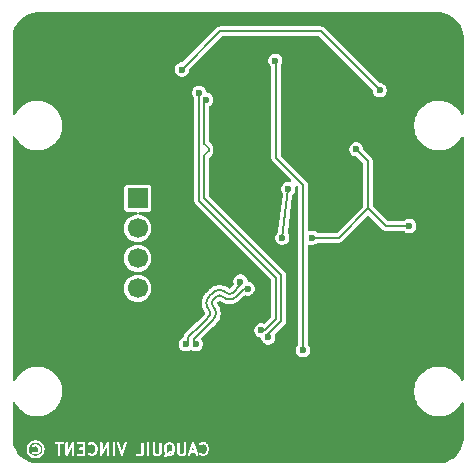
<source format=gbr>
%TF.GenerationSoftware,KiCad,Pcbnew,9.0.6*%
%TF.CreationDate,2026-01-08T09:33:55+01:00*%
%TF.ProjectId,Adapat_24pin_22pin,41646170-6174-45f3-9234-70696e5f3232,rev?*%
%TF.SameCoordinates,Original*%
%TF.FileFunction,Copper,L4,Bot*%
%TF.FilePolarity,Positive*%
%FSLAX46Y46*%
G04 Gerber Fmt 4.6, Leading zero omitted, Abs format (unit mm)*
G04 Created by KiCad (PCBNEW 9.0.6) date 2026-01-08 09:33:55*
%MOMM*%
%LPD*%
G01*
G04 APERTURE LIST*
%TA.AperFunction,Conductor*%
%ADD10C,0.200000*%
%TD*%
%ADD11C,0.200000*%
%TA.AperFunction,ComponentPad*%
%ADD12R,1.700000X1.700000*%
%TD*%
%TA.AperFunction,ComponentPad*%
%ADD13C,1.700000*%
%TD*%
%TA.AperFunction,ViaPad*%
%ADD14C,0.600000*%
%TD*%
%TA.AperFunction,ViaPad*%
%ADD15C,1.200000*%
%TD*%
G04 APERTURE END LIST*
D10*
%TO.N,/SEN_RST*%
X39250000Y-35500000D02*
X39751679Y-31338989D01*
D11*
G36*
X18558015Y-52866641D02*
G01*
X18759820Y-52987724D01*
X18880902Y-53189528D01*
X18921202Y-53391028D01*
X18880902Y-53592528D01*
X18759820Y-53794331D01*
X18558015Y-53915414D01*
X18356516Y-53955714D01*
X18155016Y-53915414D01*
X17953212Y-53794331D01*
X17832130Y-53592528D01*
X17791830Y-53391028D01*
X17832130Y-53189529D01*
X17890163Y-53092806D01*
X18066825Y-53092806D01*
X18069591Y-53131726D01*
X18087040Y-53166625D01*
X18116517Y-53192190D01*
X18153532Y-53204529D01*
X18192452Y-53201763D01*
X18210761Y-53194757D01*
X18284886Y-53157695D01*
X18428148Y-53157695D01*
X18487756Y-53187499D01*
X18560046Y-53259789D01*
X18589850Y-53319397D01*
X18589850Y-53462659D01*
X18560046Y-53522267D01*
X18487756Y-53594556D01*
X18428148Y-53624361D01*
X18284886Y-53624361D01*
X18210761Y-53587299D01*
X18192452Y-53580293D01*
X18153532Y-53577527D01*
X18116517Y-53589866D01*
X18087040Y-53615431D01*
X18069591Y-53650330D01*
X18066825Y-53689250D01*
X18079164Y-53726265D01*
X18104729Y-53755742D01*
X18121319Y-53766185D01*
X18216558Y-53813804D01*
X18234866Y-53820810D01*
X18238449Y-53821064D01*
X18241770Y-53822440D01*
X18261279Y-53824361D01*
X18451755Y-53824361D01*
X18471264Y-53822440D01*
X18474584Y-53821064D01*
X18478168Y-53820810D01*
X18496476Y-53813804D01*
X18591714Y-53766185D01*
X18600110Y-53760899D01*
X18602550Y-53759889D01*
X18605296Y-53757635D01*
X18608304Y-53755742D01*
X18610033Y-53753747D01*
X18617704Y-53747453D01*
X18712942Y-53652215D01*
X18719233Y-53644548D01*
X18721231Y-53642816D01*
X18723126Y-53639804D01*
X18725378Y-53637061D01*
X18726387Y-53634623D01*
X18731674Y-53626225D01*
X18779293Y-53530988D01*
X18786299Y-53512679D01*
X18786553Y-53509095D01*
X18787929Y-53505775D01*
X18789850Y-53486266D01*
X18789850Y-53295790D01*
X18787929Y-53276281D01*
X18786553Y-53272960D01*
X18786299Y-53269377D01*
X18779293Y-53251068D01*
X18731674Y-53155831D01*
X18726387Y-53147432D01*
X18725378Y-53144995D01*
X18723126Y-53142251D01*
X18721231Y-53139240D01*
X18719233Y-53137507D01*
X18712942Y-53129841D01*
X18617704Y-53034603D01*
X18610033Y-53028308D01*
X18608304Y-53026314D01*
X18605296Y-53024420D01*
X18602550Y-53022167D01*
X18600110Y-53021156D01*
X18591714Y-53015871D01*
X18496476Y-52968252D01*
X18478168Y-52961246D01*
X18474584Y-52960991D01*
X18471264Y-52959616D01*
X18451755Y-52957695D01*
X18261279Y-52957695D01*
X18241770Y-52959616D01*
X18238449Y-52960991D01*
X18234866Y-52961246D01*
X18216558Y-52968252D01*
X18121319Y-53015871D01*
X18104729Y-53026314D01*
X18079164Y-53055791D01*
X18066825Y-53092806D01*
X17890163Y-53092806D01*
X17953212Y-52987724D01*
X18155017Y-52866641D01*
X18356516Y-52826341D01*
X18558015Y-52866641D01*
G37*
G36*
X29821091Y-53737413D02*
G01*
X29761481Y-53767219D01*
X29693175Y-53767219D01*
X29701466Y-53758927D01*
X29761076Y-53729123D01*
X29829382Y-53729123D01*
X29821091Y-53737413D01*
G37*
G36*
X29821089Y-52997023D02*
G01*
X29885268Y-53061202D01*
X29923183Y-53212861D01*
X29923183Y-53521575D01*
X29911319Y-53569031D01*
X29888264Y-53545976D01*
X29852216Y-53531044D01*
X29832707Y-53529123D01*
X29737469Y-53529123D01*
X29717960Y-53531044D01*
X29714639Y-53532419D01*
X29711056Y-53532674D01*
X29692747Y-53539680D01*
X29597510Y-53587299D01*
X29589113Y-53592584D01*
X29586673Y-53593595D01*
X29583927Y-53595848D01*
X29580919Y-53597742D01*
X29579186Y-53599739D01*
X29571520Y-53606032D01*
X29499374Y-53678178D01*
X29494432Y-53673236D01*
X29456517Y-53521575D01*
X29456517Y-53212862D01*
X29494432Y-53061202D01*
X29558611Y-52997023D01*
X29618219Y-52967219D01*
X29761481Y-52967219D01*
X29821089Y-52997023D01*
G37*
G36*
X31789203Y-53481504D02*
G01*
X31590498Y-53481504D01*
X31689850Y-53183446D01*
X31789203Y-53481504D01*
G37*
G36*
X33139056Y-54268806D02*
G01*
X17478739Y-54268806D01*
X17478739Y-53390923D01*
X17589850Y-53390923D01*
X17589870Y-53391028D01*
X17589850Y-53391133D01*
X17591792Y-53410640D01*
X17639411Y-53648734D01*
X17642966Y-53660411D01*
X17643330Y-53662855D01*
X17644395Y-53665104D01*
X17645121Y-53667488D01*
X17646496Y-53669542D01*
X17651720Y-53680572D01*
X17794577Y-53918668D01*
X17806261Y-53934409D01*
X17810209Y-53937334D01*
X17813136Y-53941284D01*
X17828876Y-53952968D01*
X18066971Y-54095825D01*
X18078002Y-54101048D01*
X18080056Y-54102424D01*
X18082439Y-54103149D01*
X18084689Y-54104215D01*
X18087132Y-54104578D01*
X18098809Y-54108134D01*
X18336905Y-54155753D01*
X18356412Y-54157695D01*
X18356517Y-54157674D01*
X18356622Y-54157695D01*
X18376129Y-54155753D01*
X18614223Y-54108134D01*
X18625900Y-54104578D01*
X18628344Y-54104215D01*
X18630594Y-54103149D01*
X18632977Y-54102424D01*
X18635030Y-54101048D01*
X18646062Y-54095825D01*
X18884156Y-53952968D01*
X18899897Y-53941284D01*
X18902822Y-53937334D01*
X18906772Y-53934409D01*
X18918456Y-53918668D01*
X19061313Y-53680572D01*
X19066535Y-53669542D01*
X19067912Y-53667488D01*
X19068637Y-53665104D01*
X19069703Y-53662855D01*
X19070066Y-53660411D01*
X19073622Y-53648735D01*
X19121241Y-53410640D01*
X19123183Y-53391133D01*
X19123162Y-53391028D01*
X19123183Y-53390923D01*
X19121241Y-53371416D01*
X19073622Y-53133321D01*
X19070066Y-53121644D01*
X19069703Y-53119201D01*
X19068637Y-53116951D01*
X19067912Y-53114568D01*
X19066536Y-53112514D01*
X19061313Y-53101483D01*
X18918456Y-52863388D01*
X18906818Y-52847710D01*
X19972724Y-52847710D01*
X19972724Y-52886728D01*
X19987656Y-52922776D01*
X20015246Y-52950366D01*
X20051294Y-52965298D01*
X20070803Y-52967219D01*
X20256517Y-52967219D01*
X20256517Y-53867219D01*
X20258438Y-53886728D01*
X20273370Y-53922776D01*
X20300960Y-53950366D01*
X20337008Y-53965298D01*
X20376026Y-53965298D01*
X20412074Y-53950366D01*
X20439664Y-53922776D01*
X20454596Y-53886728D01*
X20456517Y-53867219D01*
X20456517Y-52967219D01*
X20642231Y-52967219D01*
X20661740Y-52965298D01*
X20697788Y-52950366D01*
X20725378Y-52922776D01*
X20740310Y-52886728D01*
X20740310Y-52867219D01*
X20875565Y-52867219D01*
X20875565Y-53867219D01*
X20876059Y-53872236D01*
X20875809Y-53874204D01*
X20876503Y-53876750D01*
X20877486Y-53886728D01*
X20882577Y-53899018D01*
X20886076Y-53911847D01*
X20889978Y-53916885D01*
X20892418Y-53922776D01*
X20901823Y-53932181D01*
X20909966Y-53942696D01*
X20915500Y-53945858D01*
X20920008Y-53950366D01*
X20932293Y-53955454D01*
X20943843Y-53962055D01*
X20950167Y-53962858D01*
X20956056Y-53965298D01*
X20969357Y-53965298D01*
X20982550Y-53966975D01*
X20988699Y-53965298D01*
X20995074Y-53965298D01*
X21007364Y-53960206D01*
X21020193Y-53956708D01*
X21025231Y-53952805D01*
X21031122Y-53950366D01*
X21040527Y-53940960D01*
X21051042Y-53932818D01*
X21056845Y-53924642D01*
X21058712Y-53922776D01*
X21059470Y-53920943D01*
X21062389Y-53916833D01*
X21446993Y-53243775D01*
X21446993Y-53867219D01*
X21448914Y-53886728D01*
X21463846Y-53922776D01*
X21491436Y-53950366D01*
X21527484Y-53965298D01*
X21566502Y-53965298D01*
X21602550Y-53950366D01*
X21630140Y-53922776D01*
X21645072Y-53886728D01*
X21646993Y-53867219D01*
X21646993Y-52867219D01*
X21646498Y-52862201D01*
X21646749Y-52860234D01*
X21646054Y-52857687D01*
X21645072Y-52847710D01*
X21877486Y-52847710D01*
X21877486Y-52886728D01*
X21892418Y-52922776D01*
X21920008Y-52950366D01*
X21956056Y-52965298D01*
X21975565Y-52967219D01*
X22351755Y-52967219D01*
X22351755Y-53243409D01*
X22118422Y-53243409D01*
X22098913Y-53245330D01*
X22062865Y-53260262D01*
X22035275Y-53287852D01*
X22020343Y-53323900D01*
X22020343Y-53362918D01*
X22035275Y-53398966D01*
X22062865Y-53426556D01*
X22098913Y-53441488D01*
X22118422Y-53443409D01*
X22351755Y-53443409D01*
X22351755Y-53767219D01*
X21975565Y-53767219D01*
X21956056Y-53769140D01*
X21920008Y-53784072D01*
X21892418Y-53811662D01*
X21877486Y-53847710D01*
X21877486Y-53886728D01*
X21892418Y-53922776D01*
X21920008Y-53950366D01*
X21956056Y-53965298D01*
X21975565Y-53967219D01*
X22451755Y-53967219D01*
X22471264Y-53965298D01*
X22507312Y-53950366D01*
X22534902Y-53922776D01*
X22549834Y-53886728D01*
X22551755Y-53867219D01*
X22551755Y-52942948D01*
X22782248Y-52942948D01*
X22782248Y-52981966D01*
X22797180Y-53018014D01*
X22824770Y-53045604D01*
X22860818Y-53060536D01*
X22899836Y-53060536D01*
X22935884Y-53045604D01*
X22951038Y-53033168D01*
X22981964Y-53002240D01*
X23087029Y-52967219D01*
X23149814Y-52967219D01*
X23254878Y-53002240D01*
X23321951Y-53069313D01*
X23357403Y-53140218D01*
X23399374Y-53308099D01*
X23399374Y-53426337D01*
X23357403Y-53594218D01*
X23321950Y-53665124D01*
X23254879Y-53732197D01*
X23149814Y-53767219D01*
X23087029Y-53767219D01*
X22981964Y-53732197D01*
X22951038Y-53701270D01*
X22935885Y-53688833D01*
X22899837Y-53673902D01*
X22860819Y-53673901D01*
X22824770Y-53688832D01*
X22797180Y-53716422D01*
X22782249Y-53752470D01*
X22782248Y-53791488D01*
X22797179Y-53827537D01*
X22809616Y-53842690D01*
X22857234Y-53890310D01*
X22872388Y-53902747D01*
X22875707Y-53904122D01*
X22878423Y-53906477D01*
X22896323Y-53914468D01*
X23039180Y-53962087D01*
X23048852Y-53964286D01*
X23051294Y-53965298D01*
X23054831Y-53965646D01*
X23058295Y-53966434D01*
X23060929Y-53966246D01*
X23070803Y-53967219D01*
X23166041Y-53967219D01*
X23175914Y-53966246D01*
X23178548Y-53966434D01*
X23182011Y-53965646D01*
X23185550Y-53965298D01*
X23187992Y-53964286D01*
X23197664Y-53962087D01*
X23340520Y-53914468D01*
X23358421Y-53906477D01*
X23361136Y-53904122D01*
X23364456Y-53902747D01*
X23379609Y-53890310D01*
X23474847Y-53795071D01*
X23481139Y-53787404D01*
X23483136Y-53785673D01*
X23485029Y-53782665D01*
X23487284Y-53779918D01*
X23488295Y-53777476D01*
X23493579Y-53769082D01*
X23541198Y-53673845D01*
X23541744Y-53672416D01*
X23542174Y-53671837D01*
X23545095Y-53663660D01*
X23548204Y-53655536D01*
X23548255Y-53654815D01*
X23548769Y-53653377D01*
X23596388Y-53462901D01*
X23596888Y-53459519D01*
X23597453Y-53458156D01*
X23598176Y-53450805D01*
X23599256Y-53443508D01*
X23599038Y-53442049D01*
X23599374Y-53438647D01*
X23599374Y-53295790D01*
X23599038Y-53292387D01*
X23599256Y-53290929D01*
X23598176Y-53283631D01*
X23597453Y-53276281D01*
X23596888Y-53274917D01*
X23596388Y-53271536D01*
X23548769Y-53081060D01*
X23548255Y-53079621D01*
X23548204Y-53078901D01*
X23545095Y-53070776D01*
X23542174Y-53062600D01*
X23541744Y-53062020D01*
X23541198Y-53060592D01*
X23493579Y-52965355D01*
X23488292Y-52956956D01*
X23487283Y-52954519D01*
X23485031Y-52951775D01*
X23483136Y-52948764D01*
X23481138Y-52947031D01*
X23474847Y-52939365D01*
X23402701Y-52867219D01*
X23827946Y-52867219D01*
X23827946Y-53867219D01*
X23828440Y-53872236D01*
X23828190Y-53874204D01*
X23828884Y-53876750D01*
X23829867Y-53886728D01*
X23834958Y-53899018D01*
X23838457Y-53911847D01*
X23842359Y-53916885D01*
X23844799Y-53922776D01*
X23854204Y-53932181D01*
X23862347Y-53942696D01*
X23867881Y-53945858D01*
X23872389Y-53950366D01*
X23884674Y-53955454D01*
X23896224Y-53962055D01*
X23902548Y-53962858D01*
X23908437Y-53965298D01*
X23921738Y-53965298D01*
X23934931Y-53966975D01*
X23941080Y-53965298D01*
X23947455Y-53965298D01*
X23959745Y-53960206D01*
X23972574Y-53956708D01*
X23977612Y-53952805D01*
X23983503Y-53950366D01*
X23992908Y-53940960D01*
X24003423Y-53932818D01*
X24009226Y-53924642D01*
X24011093Y-53922776D01*
X24011851Y-53920943D01*
X24014770Y-53916833D01*
X24399374Y-53243775D01*
X24399374Y-53867219D01*
X24401295Y-53886728D01*
X24416227Y-53922776D01*
X24443817Y-53950366D01*
X24479865Y-53965298D01*
X24518883Y-53965298D01*
X24554931Y-53950366D01*
X24582521Y-53922776D01*
X24597453Y-53886728D01*
X24599374Y-53867219D01*
X24599374Y-52867219D01*
X24875564Y-52867219D01*
X24875564Y-53867219D01*
X24877485Y-53886728D01*
X24892417Y-53922776D01*
X24920007Y-53950366D01*
X24956055Y-53965298D01*
X24995073Y-53965298D01*
X25031121Y-53950366D01*
X25058711Y-53922776D01*
X25073643Y-53886728D01*
X25075564Y-53867219D01*
X25075564Y-52879726D01*
X25209683Y-52879726D01*
X25214030Y-52898842D01*
X25547363Y-53898841D01*
X25555354Y-53916742D01*
X25560037Y-53922141D01*
X25563232Y-53928531D01*
X25572703Y-53936746D01*
X25580919Y-53946218D01*
X25587307Y-53949412D01*
X25592708Y-53954096D01*
X25604609Y-53958063D01*
X25615818Y-53963667D01*
X25622942Y-53964173D01*
X25629724Y-53966434D01*
X25642233Y-53965544D01*
X25654738Y-53966434D01*
X25661516Y-53964174D01*
X25668644Y-53963668D01*
X25679860Y-53958059D01*
X25691754Y-53954095D01*
X25697151Y-53949414D01*
X25703543Y-53946218D01*
X25711761Y-53936742D01*
X25721230Y-53928530D01*
X25724423Y-53922143D01*
X25729108Y-53916742D01*
X25737099Y-53898842D01*
X25754143Y-53847710D01*
X26829867Y-53847710D01*
X26829867Y-53886728D01*
X26844799Y-53922776D01*
X26872389Y-53950366D01*
X26908437Y-53965298D01*
X26927946Y-53967219D01*
X27404136Y-53967219D01*
X27423645Y-53965298D01*
X27459693Y-53950366D01*
X27487283Y-53922776D01*
X27502215Y-53886728D01*
X27504136Y-53867219D01*
X27504136Y-52867219D01*
X27780326Y-52867219D01*
X27780326Y-53867219D01*
X27782247Y-53886728D01*
X27797179Y-53922776D01*
X27824769Y-53950366D01*
X27860817Y-53965298D01*
X27899835Y-53965298D01*
X27935883Y-53950366D01*
X27963473Y-53922776D01*
X27978405Y-53886728D01*
X27980326Y-53867219D01*
X27980326Y-52867219D01*
X28256517Y-52867219D01*
X28256517Y-53676742D01*
X28258438Y-53696251D01*
X28259813Y-53699571D01*
X28260068Y-53703155D01*
X28267074Y-53721463D01*
X28314693Y-53816701D01*
X28319976Y-53825093D01*
X28320988Y-53827537D01*
X28323244Y-53830286D01*
X28325136Y-53833291D01*
X28327130Y-53835020D01*
X28333425Y-53842690D01*
X28381043Y-53890310D01*
X28388711Y-53896603D01*
X28390443Y-53898600D01*
X28393451Y-53900493D01*
X28396197Y-53902747D01*
X28398637Y-53903757D01*
X28407034Y-53909043D01*
X28502271Y-53956662D01*
X28520580Y-53963668D01*
X28524163Y-53963922D01*
X28527484Y-53965298D01*
X28546993Y-53967219D01*
X28737469Y-53967219D01*
X28756978Y-53965298D01*
X28760298Y-53963922D01*
X28763882Y-53963668D01*
X28782190Y-53956662D01*
X28795614Y-53949950D01*
X29209683Y-53949950D01*
X29212449Y-53988870D01*
X29229898Y-54023769D01*
X29259375Y-54049333D01*
X29296391Y-54061672D01*
X29335311Y-54058906D01*
X29353619Y-54051900D01*
X29448857Y-54004281D01*
X29457253Y-53998995D01*
X29459693Y-53997985D01*
X29462439Y-53995731D01*
X29465447Y-53993838D01*
X29467176Y-53991843D01*
X29474847Y-53985549D01*
X29519119Y-53941276D01*
X29549890Y-53956662D01*
X29568199Y-53963668D01*
X29571782Y-53963922D01*
X29575103Y-53965298D01*
X29594612Y-53967219D01*
X29785088Y-53967219D01*
X29804597Y-53965298D01*
X29807917Y-53963922D01*
X29811501Y-53963668D01*
X29829809Y-53956662D01*
X29925047Y-53909043D01*
X29933442Y-53903758D01*
X29935884Y-53902747D01*
X29938631Y-53900491D01*
X29941637Y-53898600D01*
X29943367Y-53896605D01*
X29951037Y-53890310D01*
X30046275Y-53795071D01*
X30058712Y-53779918D01*
X30061557Y-53773047D01*
X30065983Y-53767075D01*
X30072578Y-53748615D01*
X30120197Y-53558139D01*
X30120697Y-53554757D01*
X30121262Y-53553394D01*
X30121985Y-53546043D01*
X30123065Y-53538746D01*
X30122847Y-53537287D01*
X30123183Y-53533885D01*
X30123183Y-53200552D01*
X30122847Y-53197149D01*
X30123065Y-53195691D01*
X30121985Y-53188393D01*
X30121262Y-53181043D01*
X30120697Y-53179679D01*
X30120197Y-53176298D01*
X30072578Y-52985822D01*
X30065983Y-52967362D01*
X30061556Y-52961387D01*
X30058711Y-52954519D01*
X30046275Y-52939365D01*
X29974129Y-52867219D01*
X30351755Y-52867219D01*
X30351755Y-53676742D01*
X30353676Y-53696251D01*
X30355051Y-53699571D01*
X30355306Y-53703155D01*
X30362312Y-53721463D01*
X30409931Y-53816701D01*
X30415214Y-53825093D01*
X30416226Y-53827537D01*
X30418482Y-53830286D01*
X30420374Y-53833291D01*
X30422368Y-53835020D01*
X30428663Y-53842690D01*
X30476281Y-53890310D01*
X30483949Y-53896603D01*
X30485681Y-53898600D01*
X30488689Y-53900493D01*
X30491435Y-53902747D01*
X30493875Y-53903757D01*
X30502272Y-53909043D01*
X30597509Y-53956662D01*
X30615818Y-53963668D01*
X30619401Y-53963922D01*
X30622722Y-53965298D01*
X30642231Y-53967219D01*
X30832707Y-53967219D01*
X30852216Y-53965298D01*
X30855536Y-53963922D01*
X30859120Y-53963668D01*
X30877428Y-53956662D01*
X30972666Y-53909043D01*
X30981061Y-53903758D01*
X30983503Y-53902747D01*
X30986250Y-53900491D01*
X30989256Y-53898600D01*
X30990986Y-53896605D01*
X30998656Y-53890310D01*
X31034253Y-53854712D01*
X31257302Y-53854712D01*
X31260068Y-53893632D01*
X31277518Y-53928531D01*
X31306994Y-53954096D01*
X31344010Y-53966434D01*
X31382930Y-53963668D01*
X31417829Y-53946218D01*
X31443394Y-53916742D01*
X31451385Y-53898842D01*
X31523831Y-53681504D01*
X31855869Y-53681504D01*
X31928315Y-53898841D01*
X31936306Y-53916742D01*
X31961871Y-53946218D01*
X31996770Y-53963667D01*
X32035690Y-53966434D01*
X32072706Y-53954095D01*
X32102182Y-53928530D01*
X32119632Y-53893631D01*
X32122398Y-53854711D01*
X32118051Y-53835596D01*
X31820502Y-52942948D01*
X32210819Y-52942948D01*
X32210819Y-52981966D01*
X32225751Y-53018014D01*
X32253341Y-53045604D01*
X32289389Y-53060536D01*
X32328407Y-53060536D01*
X32364455Y-53045604D01*
X32379609Y-53033168D01*
X32410535Y-53002240D01*
X32515600Y-52967219D01*
X32578385Y-52967219D01*
X32683449Y-53002240D01*
X32750522Y-53069313D01*
X32785974Y-53140218D01*
X32827945Y-53308099D01*
X32827945Y-53426337D01*
X32785974Y-53594218D01*
X32750521Y-53665124D01*
X32683450Y-53732197D01*
X32578385Y-53767219D01*
X32515600Y-53767219D01*
X32410535Y-53732197D01*
X32379609Y-53701270D01*
X32364456Y-53688833D01*
X32328408Y-53673902D01*
X32289390Y-53673901D01*
X32253341Y-53688832D01*
X32225751Y-53716422D01*
X32210820Y-53752470D01*
X32210819Y-53791488D01*
X32225750Y-53827537D01*
X32238187Y-53842690D01*
X32285805Y-53890310D01*
X32300959Y-53902747D01*
X32304278Y-53904122D01*
X32306994Y-53906477D01*
X32324894Y-53914468D01*
X32467751Y-53962087D01*
X32477423Y-53964286D01*
X32479865Y-53965298D01*
X32483402Y-53965646D01*
X32486866Y-53966434D01*
X32489500Y-53966246D01*
X32499374Y-53967219D01*
X32594612Y-53967219D01*
X32604485Y-53966246D01*
X32607119Y-53966434D01*
X32610582Y-53965646D01*
X32614121Y-53965298D01*
X32616563Y-53964286D01*
X32626235Y-53962087D01*
X32769091Y-53914468D01*
X32786992Y-53906477D01*
X32789707Y-53904122D01*
X32793027Y-53902747D01*
X32808180Y-53890310D01*
X32903418Y-53795071D01*
X32909710Y-53787404D01*
X32911707Y-53785673D01*
X32913600Y-53782665D01*
X32915855Y-53779918D01*
X32916866Y-53777476D01*
X32922150Y-53769082D01*
X32969769Y-53673845D01*
X32970315Y-53672416D01*
X32970745Y-53671837D01*
X32973666Y-53663660D01*
X32976775Y-53655536D01*
X32976826Y-53654815D01*
X32977340Y-53653377D01*
X33024959Y-53462901D01*
X33025459Y-53459519D01*
X33026024Y-53458156D01*
X33026747Y-53450805D01*
X33027827Y-53443508D01*
X33027609Y-53442049D01*
X33027945Y-53438647D01*
X33027945Y-53295790D01*
X33027609Y-53292387D01*
X33027827Y-53290929D01*
X33026747Y-53283631D01*
X33026024Y-53276281D01*
X33025459Y-53274917D01*
X33024959Y-53271536D01*
X32977340Y-53081060D01*
X32976826Y-53079621D01*
X32976775Y-53078901D01*
X32973666Y-53070776D01*
X32970745Y-53062600D01*
X32970315Y-53062020D01*
X32969769Y-53060592D01*
X32922150Y-52965355D01*
X32916863Y-52956956D01*
X32915854Y-52954519D01*
X32913602Y-52951775D01*
X32911707Y-52948764D01*
X32909709Y-52947031D01*
X32903418Y-52939365D01*
X32808180Y-52844127D01*
X32793026Y-52831691D01*
X32789707Y-52830316D01*
X32786992Y-52827961D01*
X32769091Y-52819970D01*
X32626235Y-52772351D01*
X32616563Y-52770151D01*
X32614121Y-52769140D01*
X32610582Y-52768791D01*
X32607119Y-52768004D01*
X32604485Y-52768191D01*
X32594612Y-52767219D01*
X32499374Y-52767219D01*
X32489500Y-52768191D01*
X32486866Y-52768004D01*
X32483402Y-52768791D01*
X32479865Y-52769140D01*
X32477423Y-52770151D01*
X32467751Y-52772351D01*
X32324894Y-52819970D01*
X32306994Y-52827961D01*
X32304278Y-52830316D01*
X32300959Y-52831691D01*
X32285806Y-52844128D01*
X32238187Y-52891746D01*
X32225751Y-52906900D01*
X32210819Y-52942948D01*
X31820502Y-52942948D01*
X31784718Y-52835596D01*
X31776727Y-52817696D01*
X31772042Y-52812294D01*
X31768849Y-52805908D01*
X31759380Y-52797695D01*
X31751162Y-52788220D01*
X31744770Y-52785023D01*
X31739373Y-52780343D01*
X31727479Y-52776378D01*
X31716263Y-52770770D01*
X31709135Y-52770263D01*
X31702357Y-52768004D01*
X31689852Y-52768893D01*
X31677343Y-52768004D01*
X31670561Y-52770264D01*
X31663437Y-52770771D01*
X31652228Y-52776374D01*
X31640327Y-52780342D01*
X31634926Y-52785025D01*
X31628538Y-52788220D01*
X31620322Y-52797691D01*
X31610851Y-52805907D01*
X31607656Y-52812296D01*
X31602973Y-52817696D01*
X31594982Y-52835597D01*
X31261649Y-53835596D01*
X31257302Y-53854712D01*
X31034253Y-53854712D01*
X31046275Y-53842690D01*
X31052567Y-53835023D01*
X31054564Y-53833292D01*
X31056457Y-53830284D01*
X31058712Y-53827537D01*
X31059723Y-53825095D01*
X31065007Y-53816701D01*
X31112626Y-53721464D01*
X31119632Y-53703155D01*
X31119886Y-53699571D01*
X31121262Y-53696251D01*
X31123183Y-53676742D01*
X31123183Y-52867219D01*
X31121262Y-52847710D01*
X31106330Y-52811662D01*
X31078740Y-52784072D01*
X31042692Y-52769140D01*
X31003674Y-52769140D01*
X30967626Y-52784072D01*
X30940036Y-52811662D01*
X30925104Y-52847710D01*
X30923183Y-52867219D01*
X30923183Y-53653135D01*
X30893378Y-53712743D01*
X30868709Y-53737413D01*
X30809100Y-53767219D01*
X30665838Y-53767219D01*
X30606228Y-53737414D01*
X30581561Y-53712746D01*
X30551755Y-53653134D01*
X30551755Y-52867219D01*
X30549834Y-52847710D01*
X30534902Y-52811662D01*
X30507312Y-52784072D01*
X30471264Y-52769140D01*
X30432246Y-52769140D01*
X30396198Y-52784072D01*
X30368608Y-52811662D01*
X30353676Y-52847710D01*
X30351755Y-52867219D01*
X29974129Y-52867219D01*
X29951037Y-52844127D01*
X29943366Y-52837832D01*
X29941637Y-52835838D01*
X29938629Y-52833944D01*
X29935883Y-52831691D01*
X29933443Y-52830680D01*
X29925047Y-52825395D01*
X29829809Y-52777776D01*
X29811501Y-52770770D01*
X29807917Y-52770515D01*
X29804597Y-52769140D01*
X29785088Y-52767219D01*
X29594612Y-52767219D01*
X29575103Y-52769140D01*
X29571782Y-52770515D01*
X29568199Y-52770770D01*
X29549890Y-52777776D01*
X29454653Y-52825395D01*
X29446254Y-52830681D01*
X29443817Y-52831691D01*
X29441073Y-52833942D01*
X29438062Y-52835838D01*
X29436329Y-52837835D01*
X29428663Y-52844127D01*
X29333425Y-52939365D01*
X29320989Y-52954519D01*
X29318143Y-52961387D01*
X29313717Y-52967362D01*
X29307122Y-52985823D01*
X29259503Y-53176298D01*
X29259002Y-53179679D01*
X29258438Y-53181043D01*
X29257714Y-53188393D01*
X29256635Y-53195691D01*
X29256852Y-53197149D01*
X29256517Y-53200552D01*
X29256517Y-53533885D01*
X29256852Y-53537287D01*
X29256635Y-53538746D01*
X29257714Y-53546043D01*
X29258438Y-53553394D01*
X29259002Y-53554757D01*
X29259503Y-53558139D01*
X29307122Y-53748614D01*
X29313717Y-53767075D01*
X29318142Y-53773047D01*
X29320988Y-53779918D01*
X29333425Y-53795071D01*
X29357952Y-53819599D01*
X29344899Y-53832652D01*
X29264177Y-53873014D01*
X29247586Y-53883457D01*
X29222022Y-53912934D01*
X29209683Y-53949950D01*
X28795614Y-53949950D01*
X28877428Y-53909043D01*
X28885823Y-53903758D01*
X28888265Y-53902747D01*
X28891012Y-53900491D01*
X28894018Y-53898600D01*
X28895748Y-53896605D01*
X28903418Y-53890310D01*
X28951037Y-53842690D01*
X28957329Y-53835023D01*
X28959326Y-53833292D01*
X28961219Y-53830284D01*
X28963474Y-53827537D01*
X28964485Y-53825095D01*
X28969769Y-53816701D01*
X29017388Y-53721464D01*
X29024394Y-53703155D01*
X29024648Y-53699571D01*
X29026024Y-53696251D01*
X29027945Y-53676742D01*
X29027945Y-52867219D01*
X29026024Y-52847710D01*
X29011092Y-52811662D01*
X28983502Y-52784072D01*
X28947454Y-52769140D01*
X28908436Y-52769140D01*
X28872388Y-52784072D01*
X28844798Y-52811662D01*
X28829866Y-52847710D01*
X28827945Y-52867219D01*
X28827945Y-53653135D01*
X28798140Y-53712743D01*
X28773471Y-53737413D01*
X28713862Y-53767219D01*
X28570600Y-53767219D01*
X28510990Y-53737414D01*
X28486323Y-53712746D01*
X28456517Y-53653134D01*
X28456517Y-52867219D01*
X28454596Y-52847710D01*
X28439664Y-52811662D01*
X28412074Y-52784072D01*
X28376026Y-52769140D01*
X28337008Y-52769140D01*
X28300960Y-52784072D01*
X28273370Y-52811662D01*
X28258438Y-52847710D01*
X28256517Y-52867219D01*
X27980326Y-52867219D01*
X27978405Y-52847710D01*
X27963473Y-52811662D01*
X27935883Y-52784072D01*
X27899835Y-52769140D01*
X27860817Y-52769140D01*
X27824769Y-52784072D01*
X27797179Y-52811662D01*
X27782247Y-52847710D01*
X27780326Y-52867219D01*
X27504136Y-52867219D01*
X27502215Y-52847710D01*
X27487283Y-52811662D01*
X27459693Y-52784072D01*
X27423645Y-52769140D01*
X27384627Y-52769140D01*
X27348579Y-52784072D01*
X27320989Y-52811662D01*
X27306057Y-52847710D01*
X27304136Y-52867219D01*
X27304136Y-53767219D01*
X26927946Y-53767219D01*
X26908437Y-53769140D01*
X26872389Y-53784072D01*
X26844799Y-53811662D01*
X26829867Y-53847710D01*
X25754143Y-53847710D01*
X26070432Y-52898842D01*
X26074779Y-52879727D01*
X26072013Y-52840807D01*
X26054563Y-52805908D01*
X26025087Y-52780343D01*
X25988071Y-52768004D01*
X25949151Y-52770771D01*
X25914252Y-52788220D01*
X25888687Y-52817696D01*
X25880696Y-52835597D01*
X25642231Y-53550991D01*
X25403766Y-52835596D01*
X25395775Y-52817696D01*
X25370210Y-52788220D01*
X25335311Y-52770770D01*
X25296391Y-52768004D01*
X25259375Y-52780342D01*
X25229899Y-52805907D01*
X25212449Y-52840806D01*
X25209683Y-52879726D01*
X25075564Y-52879726D01*
X25075564Y-52867219D01*
X25073643Y-52847710D01*
X25058711Y-52811662D01*
X25031121Y-52784072D01*
X24995073Y-52769140D01*
X24956055Y-52769140D01*
X24920007Y-52784072D01*
X24892417Y-52811662D01*
X24877485Y-52847710D01*
X24875564Y-52867219D01*
X24599374Y-52867219D01*
X24598879Y-52862201D01*
X24599130Y-52860234D01*
X24598435Y-52857687D01*
X24597453Y-52847710D01*
X24592363Y-52835423D01*
X24588864Y-52822591D01*
X24584959Y-52817549D01*
X24582521Y-52811662D01*
X24573117Y-52802258D01*
X24564973Y-52791742D01*
X24559438Y-52788579D01*
X24554931Y-52784072D01*
X24542645Y-52778983D01*
X24531096Y-52772383D01*
X24524771Y-52771579D01*
X24518883Y-52769140D01*
X24505583Y-52769140D01*
X24492390Y-52767463D01*
X24486241Y-52769140D01*
X24479865Y-52769140D01*
X24467578Y-52774229D01*
X24454746Y-52777729D01*
X24449704Y-52781633D01*
X24443817Y-52784072D01*
X24434413Y-52793475D01*
X24423897Y-52801620D01*
X24418093Y-52809795D01*
X24416227Y-52811662D01*
X24415468Y-52813494D01*
X24412550Y-52817605D01*
X24027946Y-53490662D01*
X24027946Y-52867219D01*
X24026025Y-52847710D01*
X24011093Y-52811662D01*
X23983503Y-52784072D01*
X23947455Y-52769140D01*
X23908437Y-52769140D01*
X23872389Y-52784072D01*
X23844799Y-52811662D01*
X23829867Y-52847710D01*
X23827946Y-52867219D01*
X23402701Y-52867219D01*
X23379609Y-52844127D01*
X23364455Y-52831691D01*
X23361136Y-52830316D01*
X23358421Y-52827961D01*
X23340520Y-52819970D01*
X23197664Y-52772351D01*
X23187992Y-52770151D01*
X23185550Y-52769140D01*
X23182011Y-52768791D01*
X23178548Y-52768004D01*
X23175914Y-52768191D01*
X23166041Y-52767219D01*
X23070803Y-52767219D01*
X23060929Y-52768191D01*
X23058295Y-52768004D01*
X23054831Y-52768791D01*
X23051294Y-52769140D01*
X23048852Y-52770151D01*
X23039180Y-52772351D01*
X22896323Y-52819970D01*
X22878423Y-52827961D01*
X22875707Y-52830316D01*
X22872388Y-52831691D01*
X22857235Y-52844128D01*
X22809616Y-52891746D01*
X22797180Y-52906900D01*
X22782248Y-52942948D01*
X22551755Y-52942948D01*
X22551755Y-52867219D01*
X22549834Y-52847710D01*
X22534902Y-52811662D01*
X22507312Y-52784072D01*
X22471264Y-52769140D01*
X22451755Y-52767219D01*
X21975565Y-52767219D01*
X21956056Y-52769140D01*
X21920008Y-52784072D01*
X21892418Y-52811662D01*
X21877486Y-52847710D01*
X21645072Y-52847710D01*
X21639982Y-52835423D01*
X21636483Y-52822591D01*
X21632578Y-52817549D01*
X21630140Y-52811662D01*
X21620736Y-52802258D01*
X21612592Y-52791742D01*
X21607057Y-52788579D01*
X21602550Y-52784072D01*
X21590264Y-52778983D01*
X21578715Y-52772383D01*
X21572390Y-52771579D01*
X21566502Y-52769140D01*
X21553202Y-52769140D01*
X21540009Y-52767463D01*
X21533860Y-52769140D01*
X21527484Y-52769140D01*
X21515197Y-52774229D01*
X21502365Y-52777729D01*
X21497323Y-52781633D01*
X21491436Y-52784072D01*
X21482032Y-52793475D01*
X21471516Y-52801620D01*
X21465712Y-52809795D01*
X21463846Y-52811662D01*
X21463087Y-52813494D01*
X21460169Y-52817605D01*
X21075565Y-53490662D01*
X21075565Y-52867219D01*
X21073644Y-52847710D01*
X21058712Y-52811662D01*
X21031122Y-52784072D01*
X20995074Y-52769140D01*
X20956056Y-52769140D01*
X20920008Y-52784072D01*
X20892418Y-52811662D01*
X20877486Y-52847710D01*
X20875565Y-52867219D01*
X20740310Y-52867219D01*
X20740310Y-52847710D01*
X20725378Y-52811662D01*
X20697788Y-52784072D01*
X20661740Y-52769140D01*
X20642231Y-52767219D01*
X20070803Y-52767219D01*
X20051294Y-52769140D01*
X20015246Y-52784072D01*
X19987656Y-52811662D01*
X19972724Y-52847710D01*
X18906818Y-52847710D01*
X18906772Y-52847648D01*
X18902823Y-52844722D01*
X18899898Y-52840774D01*
X18884157Y-52829089D01*
X18646062Y-52686231D01*
X18635029Y-52681006D01*
X18632977Y-52679632D01*
X18630596Y-52678907D01*
X18628345Y-52677841D01*
X18625899Y-52677477D01*
X18614223Y-52673922D01*
X18376129Y-52626303D01*
X18356622Y-52624361D01*
X18356517Y-52624381D01*
X18356412Y-52624361D01*
X18336905Y-52626303D01*
X18098809Y-52673922D01*
X18087132Y-52677477D01*
X18084689Y-52677841D01*
X18082439Y-52678906D01*
X18080056Y-52679632D01*
X18078002Y-52681007D01*
X18066971Y-52686231D01*
X17828876Y-52829089D01*
X17813136Y-52840773D01*
X17810209Y-52844722D01*
X17806261Y-52847648D01*
X17794577Y-52863389D01*
X17651720Y-53101483D01*
X17646496Y-53112514D01*
X17645121Y-53114568D01*
X17644395Y-53116950D01*
X17643330Y-53119201D01*
X17642966Y-53121644D01*
X17639411Y-53133322D01*
X17591792Y-53371416D01*
X17589850Y-53390923D01*
X17478739Y-53390923D01*
X17478739Y-52513250D01*
X33139056Y-52513250D01*
X33139056Y-54268806D01*
G37*
%TD*%
D12*
%TO.P,J3,1,Pin_1*%
%TO.N,/SEN_PEN*%
X27000000Y-32150000D03*
D13*
%TO.P,J3,2,Pin_2*%
%TO.N,/DMIC_DAT*%
X27000000Y-34690000D03*
%TO.P,J3,3,Pin_3*%
%TO.N,/DMIC_CLK*%
X27000000Y-37230000D03*
%TO.P,J3,4,Pin_4*%
%TO.N,/ILED*%
X27000000Y-39770000D03*
%TD*%
D14*
%TO.N,GND*%
X31000000Y-40750000D03*
D15*
X43000000Y-40000000D03*
D14*
X21250000Y-34500000D03*
X20250000Y-42000000D03*
X53000000Y-37500000D03*
D15*
X21500000Y-45000000D03*
X35250000Y-49750000D03*
X48000000Y-21000000D03*
D14*
X51750000Y-18000000D03*
X46750000Y-18000000D03*
D15*
X53000000Y-21000000D03*
D14*
X27000000Y-19000000D03*
X17500000Y-33000000D03*
D15*
X50500000Y-42000000D03*
X49250000Y-40500000D03*
D14*
X48000000Y-40500000D03*
X24500000Y-26250000D03*
X51750000Y-21000000D03*
D15*
X17500000Y-19500000D03*
D14*
X25000000Y-34500000D03*
X37750000Y-17000000D03*
D15*
X26750000Y-50250000D03*
X51750000Y-19500000D03*
D14*
X35250000Y-17000000D03*
X30000000Y-35500000D03*
D15*
X21250000Y-30000000D03*
D14*
X49250000Y-24000000D03*
D15*
X49000000Y-29500000D03*
D14*
X50500000Y-37500000D03*
X33000000Y-48500000D03*
X29000000Y-36250000D03*
X18750000Y-22500000D03*
X44000000Y-17000000D03*
D15*
X53000000Y-18000000D03*
D14*
X17500000Y-42000000D03*
X35500000Y-38000000D03*
D15*
X18750000Y-30000000D03*
D14*
X50500000Y-40500000D03*
D15*
X51750000Y-43500000D03*
D14*
X44500000Y-30500000D03*
D15*
X17500000Y-40500000D03*
D14*
X24500000Y-21500000D03*
X23250000Y-42000000D03*
D15*
X46000000Y-26000000D03*
D14*
X34000000Y-27000000D03*
D15*
X25500000Y-25500000D03*
D14*
X24500000Y-23250000D03*
X23250000Y-45000000D03*
X26500000Y-23250000D03*
D15*
X17500000Y-31500000D03*
X18750000Y-21000000D03*
D14*
X46750000Y-45000000D03*
D15*
X27000000Y-20500000D03*
X50500000Y-45000000D03*
X28500000Y-19500000D03*
D14*
X32750000Y-17000000D03*
X17500000Y-18000000D03*
D15*
X23250000Y-43500000D03*
X51750000Y-37500000D03*
X50500000Y-39000000D03*
X53000000Y-45000000D03*
X23250000Y-40500000D03*
D14*
X48000000Y-43500000D03*
X20000000Y-33000000D03*
D15*
X30000000Y-43000000D03*
X44750000Y-24500000D03*
X21750000Y-39000000D03*
D14*
X18750000Y-31500000D03*
X18750000Y-43500000D03*
D15*
X45500000Y-50250000D03*
D14*
X50500000Y-17000000D03*
D15*
X48000000Y-39000000D03*
D14*
X23750000Y-36500000D03*
X29000000Y-31750000D03*
X21750000Y-40500000D03*
X29000000Y-34750000D03*
X53000000Y-40500000D03*
X18750000Y-34500000D03*
X17500000Y-36000000D03*
X34500000Y-26500000D03*
X39000000Y-48500000D03*
X36000000Y-48500000D03*
X29000000Y-42250000D03*
X24500000Y-24750000D03*
X40250000Y-17000000D03*
D15*
X17500000Y-34500000D03*
X38250000Y-49750000D03*
D14*
X22500000Y-18000000D03*
D15*
X46750000Y-37500000D03*
D14*
X35500000Y-32000000D03*
X53000000Y-22500000D03*
D15*
X48000000Y-18000000D03*
X20000000Y-34500000D03*
X21250000Y-33000000D03*
D14*
X21500000Y-43500000D03*
X23250000Y-39000000D03*
X31000000Y-42250000D03*
X24250000Y-33750000D03*
X29000000Y-28750000D03*
D15*
X23250000Y-46500000D03*
X21250000Y-24000000D03*
D14*
X24500000Y-46500000D03*
X42750000Y-17000000D03*
D15*
X49250000Y-22500000D03*
D14*
X36500000Y-17000000D03*
D15*
X43000000Y-46000000D03*
D14*
X35482999Y-30000000D03*
X51750000Y-39000000D03*
X48000000Y-17000000D03*
D15*
X53000000Y-42000000D03*
D14*
X21250000Y-25500000D03*
D15*
X36750000Y-49750000D03*
X27000000Y-24500000D03*
D14*
X53000000Y-43500000D03*
X20000000Y-30000000D03*
D15*
X18750000Y-33000000D03*
D14*
X49250000Y-42000000D03*
X37150000Y-42150000D03*
X25000000Y-37750000D03*
X25500000Y-24000000D03*
X35500000Y-33500000D03*
X48000000Y-46500000D03*
D15*
X49250000Y-37500000D03*
D14*
X18750000Y-40500000D03*
X17500000Y-45000000D03*
X24500000Y-30500000D03*
D15*
X49000000Y-33000000D03*
D14*
X49250000Y-36000000D03*
X21500000Y-46500000D03*
D15*
X17500000Y-43500000D03*
D14*
X29000000Y-37750000D03*
X50500000Y-22500000D03*
D15*
X30000000Y-40000000D03*
D14*
X45750000Y-35250000D03*
X46000000Y-24500000D03*
D15*
X49250000Y-19500000D03*
D14*
X50500000Y-43500000D03*
D15*
X24500000Y-45000000D03*
X18750000Y-42000000D03*
X17500000Y-28750000D03*
D14*
X29000000Y-30250000D03*
X39000000Y-17000000D03*
D15*
X30000000Y-37000000D03*
X49250000Y-46500000D03*
D14*
X34500000Y-48500000D03*
D15*
X48000000Y-36000000D03*
D14*
X48000000Y-37500000D03*
D15*
X48000000Y-42000000D03*
X46750000Y-46500000D03*
D14*
X24500000Y-27500000D03*
D15*
X20000000Y-28750000D03*
D14*
X21250000Y-19500000D03*
X21250000Y-31500000D03*
D15*
X21250000Y-21000000D03*
X51750000Y-22500000D03*
X32250000Y-49750000D03*
D14*
X21250000Y-28500000D03*
D15*
X21250000Y-18000000D03*
D14*
X35500000Y-31000000D03*
D15*
X17500000Y-22500000D03*
D14*
X46750000Y-42000000D03*
D15*
X50500000Y-18000000D03*
X39809597Y-49754438D03*
D14*
X35500000Y-37000000D03*
X30000000Y-41500000D03*
D15*
X20250000Y-40500000D03*
D14*
X35482999Y-29000000D03*
D15*
X30000000Y-28000000D03*
X50500000Y-21000000D03*
X30000000Y-31000000D03*
D14*
X20000000Y-18000000D03*
X51750000Y-45000000D03*
X50500000Y-46500000D03*
X50500000Y-19500000D03*
X18750000Y-19500000D03*
D15*
X43000000Y-37000000D03*
D14*
X42000000Y-30500000D03*
D15*
X20250000Y-37500000D03*
X25500000Y-28500000D03*
X46750000Y-19500000D03*
X20000000Y-22500000D03*
D14*
X53000000Y-19500000D03*
X17500000Y-21000000D03*
D15*
X20000000Y-31500000D03*
D14*
X49250000Y-39000000D03*
D15*
X20000000Y-19500000D03*
D14*
X51750000Y-42000000D03*
D15*
X49250000Y-43500000D03*
D14*
X20000000Y-21000000D03*
D15*
X20250000Y-43500000D03*
D14*
X25500000Y-30000000D03*
X26500000Y-26250000D03*
D15*
X46750000Y-43500000D03*
X43000000Y-43000000D03*
D14*
X48000000Y-19500000D03*
D15*
X18750000Y-45000000D03*
D14*
X41500000Y-17000000D03*
X39500000Y-45500000D03*
X29000000Y-40750000D03*
D15*
X18750000Y-36000000D03*
D14*
X29000000Y-33250000D03*
X43000000Y-44500000D03*
D15*
X45500000Y-18000000D03*
D14*
X30000000Y-38500000D03*
X49250000Y-18000000D03*
X24500000Y-20250000D03*
X21740000Y-37500000D03*
D15*
X18750000Y-18000000D03*
X17500000Y-37500000D03*
D14*
X17500000Y-39000000D03*
X25500000Y-27000000D03*
X24500000Y-29250000D03*
X31000000Y-26750000D03*
X30000000Y-32500000D03*
X43000000Y-41500000D03*
D15*
X21500000Y-42000000D03*
X53000000Y-39000000D03*
D14*
X18750000Y-28750000D03*
X17500000Y-30000000D03*
X43000000Y-38500000D03*
X20000000Y-36000000D03*
X34000000Y-17000000D03*
X46750000Y-39000000D03*
D15*
X25500000Y-22500000D03*
D14*
X26500000Y-21500000D03*
D15*
X46750000Y-40500000D03*
D14*
X20250000Y-45000000D03*
X29000000Y-39250000D03*
X45500000Y-17000000D03*
X37500000Y-48500000D03*
X46750000Y-34750000D03*
X21250000Y-22500000D03*
X49250000Y-21000000D03*
D15*
X30000000Y-34000000D03*
X21250000Y-27000000D03*
D14*
X37850000Y-41340000D03*
X30000000Y-29500000D03*
X20250000Y-39000000D03*
D15*
X25500000Y-19500000D03*
X18750000Y-39000000D03*
D14*
X44750000Y-26000000D03*
D15*
X48000000Y-45000000D03*
D14*
X31500000Y-48500000D03*
X18750000Y-37500000D03*
D15*
X33750000Y-49750000D03*
D14*
X24500000Y-43500000D03*
X25500000Y-21000000D03*
X49250000Y-45000000D03*
X46750000Y-36000000D03*
D15*
X51750000Y-40500000D03*
X24500000Y-42000000D03*
D14*
X40500000Y-48500000D03*
%TO.N,/SVDD*%
X45500000Y-28000000D03*
X50000000Y-34500000D03*
X41775000Y-35500000D03*
%TO.N,/MP_DP4*%
X38058191Y-43926278D03*
X32800521Y-23800521D03*
%TO.N,/MP_DN1*%
X31075000Y-44500000D03*
X35699479Y-39199479D03*
%TO.N,/MP_DN4*%
X37457149Y-43325236D03*
X32199479Y-23199479D03*
%TO.N,/MP_DP1*%
X31925000Y-44500000D03*
X36300521Y-39800521D03*
%TO.N,/SEN_RST*%
X39750000Y-31350000D03*
X39250000Y-35500000D03*
%TO.N,/SEN_SDA*%
X38650000Y-20500000D03*
X41000000Y-45000000D03*
%TO.N,/SEN_PEN*%
X30750000Y-21250000D03*
X47500000Y-23000000D03*
%TD*%
D10*
%TO.N,GND*%
X44500000Y-30500000D02*
X42000000Y-30500000D01*
%TO.N,/SVDD*%
X48000000Y-34500000D02*
X50000000Y-34500000D01*
X46500000Y-29000000D02*
X45500000Y-28000000D01*
X47500000Y-34000000D02*
X47000000Y-33500000D01*
X47000000Y-33500000D02*
X46500000Y-33000000D01*
X47500000Y-34000000D02*
X48000000Y-34500000D01*
X46500000Y-33000000D02*
X46500000Y-29000000D01*
X41775000Y-35500000D02*
X44000000Y-35500000D01*
X46500000Y-33000000D02*
X46500000Y-32000000D01*
X46500000Y-32000000D02*
X46500000Y-32500000D01*
X44000000Y-35500000D02*
X46500000Y-33000000D01*
%TO.N,/MP_DP4*%
X33004850Y-27908683D02*
X33004850Y-28153313D01*
X39170001Y-42531625D02*
X38058191Y-43643435D01*
X32649480Y-28753313D02*
X32649480Y-31722658D01*
X38058191Y-43643435D02*
X38058191Y-43926278D01*
X32649480Y-32149480D02*
X39170001Y-38670001D01*
X32649480Y-23951562D02*
X32649480Y-27553313D01*
X32649480Y-28508683D02*
X32649480Y-28753313D01*
X32800521Y-23800521D02*
X32649480Y-23951562D01*
X32649480Y-31722658D02*
X32649480Y-32149480D01*
X39170001Y-38670001D02*
X39170001Y-42531625D01*
X32827165Y-28330998D02*
G75*
G03*
X32649498Y-28508683I35J-177702D01*
G01*
X32649480Y-27553313D02*
G75*
G03*
X32827165Y-27731020I177720J13D01*
G01*
X32827165Y-27730998D02*
G75*
G02*
X33004902Y-27908683I35J-177702D01*
G01*
X33004850Y-28153313D02*
G75*
G02*
X32827165Y-28330950I-177650J13D01*
G01*
%TO.N,/MP_DN1*%
X31274999Y-44300001D02*
X31075000Y-44500000D01*
X33341698Y-40150118D02*
X33055319Y-40436496D01*
X33055319Y-42126480D02*
X32768942Y-42412860D01*
X35699479Y-39199479D02*
X35699479Y-39482322D01*
X35699479Y-39482322D02*
X35031683Y-40150118D01*
X31274999Y-43906802D02*
X31274999Y-44300001D01*
X32340900Y-42840901D02*
X31274999Y-43906802D01*
X32768942Y-42412860D02*
X32340900Y-42840901D01*
X35031683Y-40150118D02*
G75*
G02*
X34504889Y-40150118I-263397J263396D01*
G01*
X33055319Y-40436496D02*
G75*
G03*
X33055310Y-41599695I581581J-581604D01*
G01*
X33055319Y-41599686D02*
G75*
G02*
X33055336Y-42126497I-263419J-263414D01*
G01*
X34504889Y-40150118D02*
G75*
G03*
X33341699Y-40150118I-581595J-581595D01*
G01*
%TO.N,/MP_DN4*%
X37457149Y-43325236D02*
X37739992Y-43325236D01*
X38720000Y-38856394D02*
X32199479Y-32335873D01*
X38720000Y-42345228D02*
X38720000Y-38856394D01*
X37739992Y-43325236D02*
X38720000Y-42345228D01*
X32199479Y-32335873D02*
X32199479Y-23199479D01*
%TO.N,/MP_DP1*%
X33659896Y-40468317D02*
X33373517Y-40754695D01*
X32659099Y-43159100D02*
X31725001Y-44093198D01*
X33373517Y-42444679D02*
X33087140Y-42731058D01*
X31725001Y-44093198D02*
X31725001Y-44300001D01*
X36017678Y-39800521D02*
X35349882Y-40468317D01*
X31725001Y-44300001D02*
X31925000Y-44500000D01*
X33087140Y-42731058D02*
X32659099Y-43159100D01*
X36300521Y-39800521D02*
X36017678Y-39800521D01*
X35349882Y-40468317D02*
G75*
G02*
X34186692Y-40468317I-581595J581595D01*
G01*
X33373517Y-40754695D02*
G75*
G03*
X33373509Y-41281497I263383J-263405D01*
G01*
X33373517Y-41281489D02*
G75*
G02*
X33373533Y-42444695I-581617J-581611D01*
G01*
X34186691Y-40468317D02*
G75*
G03*
X33659897Y-40468317I-263397J-263397D01*
G01*
%TO.N,/SEN_SDA*%
X41000000Y-31000000D02*
X41000000Y-45000000D01*
X38701521Y-28701521D02*
X41000000Y-31000000D01*
X38650000Y-20500000D02*
X38701521Y-20551521D01*
X38701521Y-20551521D02*
X38701521Y-28701521D01*
%TO.N,/SEN_PEN*%
X47500000Y-23000000D02*
X42500000Y-18000000D01*
X34000000Y-18000000D02*
X30750000Y-21250000D01*
X42500000Y-18000000D02*
X34000000Y-18000000D01*
%TD*%
%TA.AperFunction,Conductor*%
%TO.N,GND*%
G36*
X52325188Y-16401180D02*
G01*
X52379775Y-16400505D01*
X52380521Y-16400506D01*
X52386483Y-16400650D01*
X52640996Y-16412990D01*
X52655954Y-16414631D01*
X52903323Y-16457100D01*
X52917971Y-16460542D01*
X53158365Y-16532702D01*
X53172499Y-16537900D01*
X53402357Y-16638679D01*
X53415747Y-16645548D01*
X53441749Y-16660950D01*
X53631685Y-16773460D01*
X53644158Y-16781912D01*
X53668553Y-16800703D01*
X53842994Y-16935074D01*
X53854333Y-16944963D01*
X54033123Y-17121108D01*
X54043189Y-17132310D01*
X54199293Y-17328837D01*
X54207931Y-17341183D01*
X54339042Y-17555184D01*
X54346118Y-17568486D01*
X54450307Y-17796810D01*
X54455717Y-17810872D01*
X54531443Y-18050141D01*
X54535109Y-18064755D01*
X54581260Y-18311458D01*
X54583125Y-18326410D01*
X54599251Y-18580648D01*
X54599500Y-18588497D01*
X54599500Y-24972666D01*
X54579815Y-25039705D01*
X54527011Y-25085460D01*
X54457853Y-25095404D01*
X54394297Y-25066379D01*
X54368113Y-25034667D01*
X54355732Y-25013222D01*
X54250249Y-24830521D01*
X54082628Y-24612072D01*
X54082623Y-24612066D01*
X53887933Y-24417376D01*
X53887926Y-24417370D01*
X53669483Y-24249754D01*
X53669482Y-24249753D01*
X53669479Y-24249751D01*
X53530013Y-24169230D01*
X53431028Y-24112080D01*
X53431017Y-24112075D01*
X53176630Y-24006704D01*
X53043649Y-23971072D01*
X52910666Y-23935440D01*
X52910660Y-23935439D01*
X52910655Y-23935438D01*
X52637684Y-23899501D01*
X52637679Y-23899500D01*
X52637674Y-23899500D01*
X52362326Y-23899500D01*
X52362320Y-23899500D01*
X52362315Y-23899501D01*
X52089344Y-23935438D01*
X52089337Y-23935439D01*
X52089334Y-23935440D01*
X52033125Y-23950500D01*
X51823369Y-24006704D01*
X51568982Y-24112075D01*
X51568971Y-24112080D01*
X51330516Y-24249754D01*
X51112073Y-24417370D01*
X51112066Y-24417376D01*
X50917376Y-24612066D01*
X50917370Y-24612073D01*
X50749754Y-24830516D01*
X50612080Y-25068971D01*
X50612075Y-25068982D01*
X50506704Y-25323369D01*
X50435441Y-25589331D01*
X50435438Y-25589344D01*
X50399501Y-25862315D01*
X50399500Y-25862332D01*
X50399500Y-26137667D01*
X50399501Y-26137684D01*
X50435438Y-26410655D01*
X50435439Y-26410660D01*
X50435440Y-26410666D01*
X50435441Y-26410668D01*
X50506704Y-26676630D01*
X50612075Y-26931017D01*
X50612080Y-26931028D01*
X50667683Y-27027333D01*
X50749751Y-27169479D01*
X50749753Y-27169482D01*
X50749754Y-27169483D01*
X50917370Y-27387926D01*
X50917376Y-27387933D01*
X51112066Y-27582623D01*
X51112073Y-27582629D01*
X51175479Y-27631282D01*
X51330521Y-27750249D01*
X51483778Y-27838732D01*
X51568971Y-27887919D01*
X51568976Y-27887921D01*
X51568979Y-27887923D01*
X51823368Y-27993295D01*
X52089334Y-28064560D01*
X52362326Y-28100500D01*
X52362333Y-28100500D01*
X52637667Y-28100500D01*
X52637674Y-28100500D01*
X52910666Y-28064560D01*
X53176632Y-27993295D01*
X53431021Y-27887923D01*
X53669479Y-27750249D01*
X53887928Y-27582628D01*
X54082628Y-27387928D01*
X54250249Y-27169479D01*
X54368113Y-26965333D01*
X54418680Y-26917117D01*
X54487287Y-26903895D01*
X54552152Y-26929863D01*
X54592680Y-26986777D01*
X54599500Y-27027333D01*
X54599500Y-47472666D01*
X54579815Y-47539705D01*
X54527011Y-47585460D01*
X54457853Y-47595404D01*
X54394297Y-47566379D01*
X54368113Y-47534667D01*
X54355732Y-47513222D01*
X54250249Y-47330521D01*
X54082628Y-47112072D01*
X54082623Y-47112066D01*
X53887933Y-46917376D01*
X53887926Y-46917370D01*
X53669483Y-46749754D01*
X53669482Y-46749753D01*
X53669479Y-46749751D01*
X53574407Y-46694861D01*
X53431028Y-46612080D01*
X53431017Y-46612075D01*
X53176630Y-46506704D01*
X53043649Y-46471072D01*
X52910666Y-46435440D01*
X52910660Y-46435439D01*
X52910655Y-46435438D01*
X52637684Y-46399501D01*
X52637679Y-46399500D01*
X52637674Y-46399500D01*
X52362326Y-46399500D01*
X52362320Y-46399500D01*
X52362315Y-46399501D01*
X52089344Y-46435438D01*
X52089337Y-46435439D01*
X52089334Y-46435440D01*
X52033125Y-46450500D01*
X51823369Y-46506704D01*
X51568982Y-46612075D01*
X51568971Y-46612080D01*
X51330516Y-46749754D01*
X51112073Y-46917370D01*
X51112066Y-46917376D01*
X50917376Y-47112066D01*
X50917370Y-47112073D01*
X50749754Y-47330516D01*
X50612080Y-47568971D01*
X50612075Y-47568982D01*
X50506704Y-47823369D01*
X50435441Y-48089331D01*
X50435438Y-48089344D01*
X50399501Y-48362315D01*
X50399500Y-48362332D01*
X50399500Y-48637667D01*
X50399501Y-48637684D01*
X50435438Y-48910655D01*
X50435439Y-48910660D01*
X50435440Y-48910666D01*
X50435441Y-48910668D01*
X50506704Y-49176630D01*
X50612075Y-49431017D01*
X50612080Y-49431028D01*
X50667683Y-49527333D01*
X50749751Y-49669479D01*
X50749753Y-49669482D01*
X50749754Y-49669483D01*
X50917370Y-49887926D01*
X50917376Y-49887933D01*
X51112066Y-50082623D01*
X51112072Y-50082628D01*
X51330521Y-50250249D01*
X51483778Y-50338732D01*
X51568971Y-50387919D01*
X51568976Y-50387921D01*
X51568979Y-50387923D01*
X51823368Y-50493295D01*
X52089334Y-50564560D01*
X52362326Y-50600500D01*
X52362333Y-50600500D01*
X52637667Y-50600500D01*
X52637674Y-50600500D01*
X52910666Y-50564560D01*
X53176632Y-50493295D01*
X53431021Y-50387923D01*
X53669479Y-50250249D01*
X53887928Y-50082628D01*
X54082628Y-49887928D01*
X54250249Y-49669479D01*
X54368113Y-49465333D01*
X54418680Y-49417117D01*
X54487287Y-49403895D01*
X54552152Y-49429863D01*
X54592680Y-49486777D01*
X54599500Y-49527333D01*
X54599500Y-52275337D01*
X54599498Y-52286150D01*
X54598830Y-52288536D01*
X54599493Y-52343077D01*
X54599493Y-52343858D01*
X54599453Y-52343991D01*
X54599346Y-52349872D01*
X54586748Y-52608757D01*
X54585103Y-52623733D01*
X54541843Y-52875448D01*
X54538394Y-52890114D01*
X54464926Y-53134722D01*
X54459723Y-53148862D01*
X54357127Y-53382764D01*
X54350249Y-53396168D01*
X54220047Y-53615896D01*
X54211593Y-53628367D01*
X54055705Y-53830680D01*
X54045801Y-53842034D01*
X53866526Y-54023949D01*
X53855318Y-54034018D01*
X53655303Y-54192849D01*
X53642957Y-54201484D01*
X53425158Y-54334884D01*
X53411856Y-54341958D01*
X53179487Y-54447958D01*
X53165425Y-54453367D01*
X52921909Y-54530406D01*
X52907295Y-54534069D01*
X52656240Y-54581005D01*
X52641288Y-54582869D01*
X52382571Y-54599252D01*
X52374735Y-54599500D01*
X18688093Y-54599500D01*
X18677246Y-54599498D01*
X18674824Y-54598820D01*
X18620315Y-54599493D01*
X18619486Y-54599493D01*
X18619352Y-54599453D01*
X18613495Y-54599348D01*
X18359036Y-54587013D01*
X18344059Y-54585370D01*
X18096724Y-54542909D01*
X18082059Y-54539463D01*
X18017867Y-54520196D01*
X17841688Y-54467316D01*
X17827549Y-54462116D01*
X17690704Y-54402123D01*
X17637209Y-54357178D01*
X17616505Y-54290446D01*
X17635167Y-54223114D01*
X17687267Y-54176560D01*
X17740491Y-54164557D01*
X33034729Y-54164557D01*
X33034729Y-52617496D01*
X17582985Y-52617496D01*
X17582985Y-54136130D01*
X17581077Y-54142626D01*
X17582285Y-54149291D01*
X17571357Y-54175729D01*
X17563300Y-54203169D01*
X17558183Y-54207602D01*
X17555596Y-54213862D01*
X17532108Y-54230196D01*
X17510496Y-54248924D01*
X17503795Y-54249887D01*
X17498234Y-54253755D01*
X17469644Y-54254797D01*
X17441338Y-54258868D01*
X17433526Y-54256115D01*
X17428411Y-54256302D01*
X17395793Y-54242820D01*
X17368376Y-54226581D01*
X17355902Y-54218128D01*
X17157082Y-54064989D01*
X17145726Y-54055088D01*
X16966944Y-53878966D01*
X16956873Y-53867760D01*
X16936436Y-53842034D01*
X16800769Y-53671253D01*
X16792136Y-53658915D01*
X16661012Y-53444920D01*
X16653941Y-53431629D01*
X16549738Y-53203309D01*
X16544334Y-53189268D01*
X16468589Y-52949994D01*
X16464927Y-52935396D01*
X16418760Y-52688697D01*
X16416896Y-52673775D01*
X16400748Y-52419510D01*
X16400500Y-52411667D01*
X16400500Y-49527333D01*
X16420185Y-49460294D01*
X16472989Y-49414539D01*
X16542147Y-49404595D01*
X16605703Y-49433620D01*
X16631887Y-49465333D01*
X16749751Y-49669479D01*
X16749753Y-49669482D01*
X16749754Y-49669483D01*
X16917370Y-49887926D01*
X16917376Y-49887933D01*
X17112066Y-50082623D01*
X17112072Y-50082628D01*
X17330521Y-50250249D01*
X17483778Y-50338732D01*
X17568971Y-50387919D01*
X17568976Y-50387921D01*
X17568979Y-50387923D01*
X17823368Y-50493295D01*
X18089334Y-50564560D01*
X18362326Y-50600500D01*
X18362333Y-50600500D01*
X18637667Y-50600500D01*
X18637674Y-50600500D01*
X18910666Y-50564560D01*
X19176632Y-50493295D01*
X19431021Y-50387923D01*
X19669479Y-50250249D01*
X19887928Y-50082628D01*
X20082628Y-49887928D01*
X20250249Y-49669479D01*
X20387923Y-49431021D01*
X20493295Y-49176632D01*
X20564560Y-48910666D01*
X20600500Y-48637674D01*
X20600500Y-48362326D01*
X20564560Y-48089334D01*
X20493295Y-47823368D01*
X20387923Y-47568979D01*
X20387921Y-47568976D01*
X20387919Y-47568971D01*
X20338732Y-47483778D01*
X20250249Y-47330521D01*
X20082628Y-47112072D01*
X20082623Y-47112066D01*
X19887933Y-46917376D01*
X19887926Y-46917370D01*
X19669483Y-46749754D01*
X19669482Y-46749753D01*
X19669479Y-46749751D01*
X19574407Y-46694861D01*
X19431028Y-46612080D01*
X19431017Y-46612075D01*
X19176630Y-46506704D01*
X19043649Y-46471072D01*
X18910666Y-46435440D01*
X18910660Y-46435439D01*
X18910655Y-46435438D01*
X18637684Y-46399501D01*
X18637679Y-46399500D01*
X18637674Y-46399500D01*
X18362326Y-46399500D01*
X18362320Y-46399500D01*
X18362315Y-46399501D01*
X18089344Y-46435438D01*
X18089337Y-46435439D01*
X18089334Y-46435440D01*
X18033125Y-46450500D01*
X17823369Y-46506704D01*
X17568982Y-46612075D01*
X17568971Y-46612080D01*
X17330516Y-46749754D01*
X17112073Y-46917370D01*
X17112066Y-46917376D01*
X16917376Y-47112066D01*
X16917370Y-47112073D01*
X16749756Y-47330513D01*
X16631887Y-47534667D01*
X16581320Y-47582882D01*
X16512712Y-47596104D01*
X16447848Y-47570136D01*
X16407320Y-47513222D01*
X16400500Y-47472666D01*
X16400500Y-44420943D01*
X30474500Y-44420943D01*
X30474500Y-44579056D01*
X30515423Y-44731783D01*
X30515426Y-44731790D01*
X30594475Y-44868709D01*
X30594479Y-44868714D01*
X30594480Y-44868716D01*
X30706284Y-44980520D01*
X30706286Y-44980521D01*
X30706290Y-44980524D01*
X30843209Y-45059573D01*
X30843216Y-45059577D01*
X30995943Y-45100500D01*
X30995945Y-45100500D01*
X31154055Y-45100500D01*
X31154057Y-45100500D01*
X31306784Y-45059577D01*
X31438000Y-44983819D01*
X31505901Y-44967347D01*
X31561999Y-44983819D01*
X31693216Y-45059577D01*
X31845943Y-45100500D01*
X31845945Y-45100500D01*
X32004055Y-45100500D01*
X32004057Y-45100500D01*
X32156784Y-45059577D01*
X32293716Y-44980520D01*
X32405520Y-44868716D01*
X32484577Y-44731784D01*
X32525500Y-44579057D01*
X32525500Y-44420943D01*
X32484577Y-44268216D01*
X32420981Y-44158063D01*
X32401457Y-44124245D01*
X32402601Y-44123584D01*
X32380439Y-44066275D01*
X32394470Y-43997829D01*
X32416324Y-43968267D01*
X32979579Y-43405013D01*
X32979579Y-43405012D01*
X33315609Y-43068979D01*
X33315614Y-43068976D01*
X33333053Y-43051537D01*
X33333054Y-43051537D01*
X33605792Y-42778796D01*
X33605793Y-42778796D01*
X33615819Y-42768770D01*
X33616004Y-42768584D01*
X33616006Y-42768584D01*
X33619561Y-42765028D01*
X33619631Y-42764990D01*
X33659884Y-42724736D01*
X33698405Y-42686213D01*
X33724794Y-42659823D01*
X33724799Y-42659816D01*
X33771896Y-42594988D01*
X33837943Y-42504077D01*
X33925334Y-42332553D01*
X33984817Y-42149469D01*
X34014928Y-41959335D01*
X34014925Y-41766831D01*
X34001907Y-41684644D01*
X33984810Y-41576703D01*
X33984809Y-41576701D01*
X33984809Y-41576698D01*
X33925321Y-41393616D01*
X33837925Y-41222094D01*
X33756282Y-41109721D01*
X33746406Y-41096127D01*
X33734947Y-41064014D01*
X33723040Y-41032088D01*
X33723235Y-41031188D01*
X33722926Y-41030321D01*
X33730646Y-40997121D01*
X33737892Y-40963815D01*
X33738617Y-40962846D01*
X33738752Y-40962267D01*
X33759043Y-40935561D01*
X33840763Y-40853841D01*
X33902086Y-40820356D01*
X33971778Y-40825340D01*
X34001324Y-40841200D01*
X34127295Y-40932724D01*
X34188314Y-40963815D01*
X34298813Y-41020118D01*
X34298815Y-41020118D01*
X34298818Y-41020120D01*
X34396954Y-41052006D01*
X34481899Y-41079607D01*
X34672029Y-41109721D01*
X34672034Y-41109721D01*
X34864544Y-41109721D01*
X34956716Y-41095121D01*
X35054673Y-41079607D01*
X35237756Y-41020120D01*
X35409278Y-40932725D01*
X35565017Y-40819574D01*
X35585582Y-40799007D01*
X35585586Y-40799005D01*
X35595793Y-40788797D01*
X35595795Y-40788797D01*
X35983222Y-40401368D01*
X36044543Y-40367885D01*
X36102989Y-40369275D01*
X36221464Y-40401021D01*
X36221467Y-40401021D01*
X36379576Y-40401021D01*
X36379578Y-40401021D01*
X36532305Y-40360098D01*
X36669237Y-40281041D01*
X36781041Y-40169237D01*
X36860098Y-40032305D01*
X36901021Y-39879578D01*
X36901021Y-39721464D01*
X36860098Y-39568737D01*
X36830100Y-39516778D01*
X36781045Y-39431811D01*
X36781039Y-39431803D01*
X36669238Y-39320002D01*
X36669230Y-39319996D01*
X36532311Y-39240947D01*
X36532306Y-39240944D01*
X36470150Y-39224289D01*
X36385949Y-39201728D01*
X36326291Y-39165364D01*
X36298271Y-39114049D01*
X36259056Y-38967695D01*
X36215611Y-38892445D01*
X36180003Y-38830769D01*
X36179997Y-38830761D01*
X36068196Y-38718960D01*
X36068188Y-38718954D01*
X35931269Y-38639905D01*
X35931265Y-38639903D01*
X35931263Y-38639902D01*
X35778536Y-38598979D01*
X35620422Y-38598979D01*
X35467695Y-38639902D01*
X35467688Y-38639905D01*
X35330769Y-38718954D01*
X35330761Y-38718960D01*
X35218960Y-38830761D01*
X35218954Y-38830769D01*
X35139905Y-38967688D01*
X35139902Y-38967695D01*
X35098979Y-39120422D01*
X35098979Y-39278536D01*
X35110090Y-39320002D01*
X35130722Y-39397004D01*
X35129059Y-39466854D01*
X35098628Y-39516778D01*
X34850816Y-39764590D01*
X34789493Y-39798075D01*
X34719801Y-39793091D01*
X34690249Y-39777227D01*
X34564286Y-39685709D01*
X34392763Y-39598314D01*
X34392760Y-39598312D01*
X34209681Y-39538827D01*
X34019551Y-39508713D01*
X34019546Y-39508713D01*
X33827041Y-39508713D01*
X33827036Y-39508713D01*
X33636910Y-39538826D01*
X33453821Y-39598316D01*
X33282300Y-39685710D01*
X33126556Y-39798865D01*
X33075943Y-39849480D01*
X33025691Y-39899732D01*
X32787688Y-40137734D01*
X32787685Y-40137737D01*
X32772124Y-40153297D01*
X32729612Y-40195809D01*
X32729489Y-40195948D01*
X32704081Y-40221355D01*
X32704076Y-40221361D01*
X32590927Y-40377090D01*
X32590922Y-40377097D01*
X32503522Y-40548622D01*
X32444033Y-40731707D01*
X32413917Y-40921839D01*
X32413916Y-41114348D01*
X32444028Y-41304476D01*
X32444029Y-41304481D01*
X32503514Y-41487558D01*
X32503516Y-41487561D01*
X32590911Y-41659084D01*
X32669195Y-41766832D01*
X32682429Y-41785046D01*
X32705909Y-41850852D01*
X32690084Y-41918906D01*
X32669793Y-41945612D01*
X32491213Y-42124197D01*
X32491212Y-42124198D01*
X32020420Y-42594988D01*
X30954521Y-43660886D01*
X30954519Y-43660889D01*
X30901792Y-43752214D01*
X30876318Y-43847285D01*
X30876317Y-43847289D01*
X30876316Y-43847288D01*
X30874498Y-43854073D01*
X30873438Y-43862133D01*
X30871246Y-43861844D01*
X30854814Y-43917808D01*
X30812499Y-43958156D01*
X30706287Y-44019477D01*
X30706282Y-44019481D01*
X30594481Y-44131282D01*
X30594475Y-44131290D01*
X30515426Y-44268209D01*
X30515423Y-44268216D01*
X30474500Y-44420943D01*
X16400500Y-44420943D01*
X16400500Y-31255131D01*
X25849500Y-31255131D01*
X25849500Y-33044856D01*
X25849502Y-33044882D01*
X25852413Y-33069987D01*
X25852415Y-33069991D01*
X25897793Y-33172764D01*
X25897794Y-33172765D01*
X25977235Y-33252206D01*
X26080009Y-33297585D01*
X26105135Y-33300500D01*
X26842873Y-33300499D01*
X26909910Y-33320183D01*
X26955665Y-33372987D01*
X26965609Y-33442146D01*
X26936584Y-33505702D01*
X26877806Y-33543476D01*
X26862270Y-33546972D01*
X26730589Y-33567829D01*
X26558363Y-33623787D01*
X26558360Y-33623788D01*
X26397002Y-33706006D01*
X26250505Y-33812441D01*
X26250500Y-33812445D01*
X26122445Y-33940500D01*
X26122441Y-33940505D01*
X26016006Y-34087002D01*
X25933788Y-34248360D01*
X25933787Y-34248363D01*
X25877829Y-34420589D01*
X25849500Y-34599448D01*
X25849500Y-34780551D01*
X25877829Y-34959410D01*
X25933787Y-35131636D01*
X25933788Y-35131639D01*
X25989664Y-35241300D01*
X26003375Y-35268209D01*
X26016006Y-35292997D01*
X26122441Y-35439494D01*
X26122445Y-35439499D01*
X26250500Y-35567554D01*
X26250505Y-35567558D01*
X26378287Y-35660396D01*
X26397006Y-35673996D01*
X26502484Y-35727740D01*
X26558360Y-35756211D01*
X26558363Y-35756212D01*
X26644476Y-35784191D01*
X26730591Y-35812171D01*
X26803639Y-35823740D01*
X26890678Y-35837527D01*
X26953813Y-35867456D01*
X26990744Y-35926768D01*
X26989746Y-35996631D01*
X26951136Y-36054863D01*
X26890678Y-36082473D01*
X26730589Y-36107829D01*
X26558363Y-36163787D01*
X26558360Y-36163788D01*
X26397002Y-36246006D01*
X26250505Y-36352441D01*
X26250500Y-36352445D01*
X26122445Y-36480500D01*
X26122441Y-36480505D01*
X26016006Y-36627002D01*
X25933788Y-36788360D01*
X25933787Y-36788363D01*
X25877829Y-36960589D01*
X25849500Y-37139448D01*
X25849500Y-37320551D01*
X25877829Y-37499410D01*
X25933787Y-37671636D01*
X25933788Y-37671639D01*
X26016006Y-37832997D01*
X26122441Y-37979494D01*
X26122445Y-37979499D01*
X26250500Y-38107554D01*
X26250505Y-38107558D01*
X26378287Y-38200396D01*
X26397006Y-38213996D01*
X26502484Y-38267740D01*
X26558360Y-38296211D01*
X26558363Y-38296212D01*
X26644476Y-38324191D01*
X26730591Y-38352171D01*
X26803639Y-38363740D01*
X26890678Y-38377527D01*
X26953813Y-38407456D01*
X26990744Y-38466768D01*
X26989746Y-38536631D01*
X26951136Y-38594863D01*
X26890678Y-38622473D01*
X26730589Y-38647829D01*
X26558363Y-38703787D01*
X26558360Y-38703788D01*
X26397002Y-38786006D01*
X26250505Y-38892441D01*
X26250500Y-38892445D01*
X26122445Y-39020500D01*
X26122441Y-39020505D01*
X26016006Y-39167002D01*
X25933788Y-39328360D01*
X25933787Y-39328363D01*
X25877829Y-39500589D01*
X25849500Y-39679448D01*
X25849500Y-39860551D01*
X25877829Y-40039410D01*
X25933787Y-40211636D01*
X25933788Y-40211639D01*
X26016006Y-40372997D01*
X26122441Y-40519494D01*
X26122445Y-40519499D01*
X26250500Y-40647554D01*
X26250505Y-40647558D01*
X26366328Y-40731707D01*
X26397006Y-40753996D01*
X26502484Y-40807740D01*
X26558360Y-40836211D01*
X26558363Y-40836212D01*
X26612621Y-40853841D01*
X26730591Y-40892171D01*
X26813429Y-40905291D01*
X26909449Y-40920500D01*
X26909454Y-40920500D01*
X27090551Y-40920500D01*
X27177259Y-40906765D01*
X27269409Y-40892171D01*
X27441639Y-40836211D01*
X27602994Y-40753996D01*
X27749501Y-40647553D01*
X27877553Y-40519501D01*
X27983996Y-40372994D01*
X28066211Y-40211639D01*
X28122171Y-40039409D01*
X28147486Y-39879577D01*
X28150500Y-39860551D01*
X28150500Y-39679448D01*
X28128227Y-39538827D01*
X28122171Y-39500591D01*
X28066211Y-39328361D01*
X28066211Y-39328360D01*
X28021671Y-39240947D01*
X27983996Y-39167006D01*
X27916169Y-39073649D01*
X27877558Y-39020505D01*
X27877554Y-39020500D01*
X27749499Y-38892445D01*
X27749494Y-38892441D01*
X27602997Y-38786006D01*
X27602996Y-38786005D01*
X27602994Y-38786004D01*
X27551300Y-38759664D01*
X27441639Y-38703788D01*
X27441636Y-38703787D01*
X27269410Y-38647829D01*
X27109321Y-38622473D01*
X27046186Y-38592544D01*
X27009255Y-38533232D01*
X27010253Y-38463370D01*
X27048863Y-38405137D01*
X27109321Y-38377527D01*
X27179425Y-38366422D01*
X27269409Y-38352171D01*
X27441639Y-38296211D01*
X27602994Y-38213996D01*
X27749501Y-38107553D01*
X27877553Y-37979501D01*
X27983996Y-37832994D01*
X28066211Y-37671639D01*
X28122171Y-37499409D01*
X28136765Y-37407259D01*
X28150500Y-37320551D01*
X28150500Y-37139448D01*
X28134019Y-37035397D01*
X28122171Y-36960591D01*
X28066211Y-36788361D01*
X28066211Y-36788360D01*
X28037740Y-36732484D01*
X27983996Y-36627006D01*
X27970396Y-36608287D01*
X27877558Y-36480505D01*
X27877554Y-36480500D01*
X27749499Y-36352445D01*
X27749494Y-36352441D01*
X27602997Y-36246006D01*
X27602996Y-36246005D01*
X27602994Y-36246004D01*
X27551300Y-36219664D01*
X27441639Y-36163788D01*
X27441636Y-36163787D01*
X27269410Y-36107829D01*
X27109321Y-36082473D01*
X27046186Y-36052544D01*
X27009255Y-35993232D01*
X27010253Y-35923370D01*
X27048863Y-35865137D01*
X27109321Y-35837527D01*
X27179425Y-35826422D01*
X27269409Y-35812171D01*
X27441639Y-35756211D01*
X27602994Y-35673996D01*
X27749501Y-35567553D01*
X27877553Y-35439501D01*
X27983996Y-35292994D01*
X28066211Y-35131639D01*
X28122171Y-34959409D01*
X28142385Y-34831783D01*
X28150500Y-34780551D01*
X28150500Y-34599448D01*
X28134019Y-34495397D01*
X28122171Y-34420591D01*
X28066211Y-34248361D01*
X28066211Y-34248360D01*
X28037740Y-34192484D01*
X27983996Y-34087006D01*
X27966686Y-34063181D01*
X27877558Y-33940505D01*
X27877554Y-33940500D01*
X27749499Y-33812445D01*
X27749494Y-33812441D01*
X27602997Y-33706006D01*
X27602996Y-33706005D01*
X27602994Y-33706004D01*
X27542497Y-33675179D01*
X27441639Y-33623788D01*
X27441636Y-33623787D01*
X27269410Y-33567829D01*
X27137728Y-33546972D01*
X27074594Y-33517042D01*
X27037663Y-33457731D01*
X27038661Y-33387868D01*
X27077271Y-33329636D01*
X27141235Y-33301522D01*
X27157120Y-33300499D01*
X27894864Y-33300499D01*
X27894879Y-33300497D01*
X27894882Y-33300497D01*
X27919987Y-33297586D01*
X27919988Y-33297585D01*
X27919991Y-33297585D01*
X28022765Y-33252206D01*
X28102206Y-33172765D01*
X28147585Y-33069991D01*
X28150500Y-33044865D01*
X28150499Y-31255136D01*
X28150497Y-31255117D01*
X28147586Y-31230012D01*
X28147585Y-31230010D01*
X28147585Y-31230009D01*
X28102206Y-31127235D01*
X28022765Y-31047794D01*
X28022763Y-31047793D01*
X27919992Y-31002415D01*
X27894865Y-30999500D01*
X26105143Y-30999500D01*
X26105117Y-30999502D01*
X26080012Y-31002413D01*
X26080008Y-31002415D01*
X25977235Y-31047793D01*
X25897794Y-31127234D01*
X25852415Y-31230006D01*
X25852415Y-31230008D01*
X25849500Y-31255131D01*
X16400500Y-31255131D01*
X16400500Y-27027333D01*
X16420185Y-26960294D01*
X16472989Y-26914539D01*
X16542147Y-26904595D01*
X16605703Y-26933620D01*
X16631887Y-26965333D01*
X16749751Y-27169479D01*
X16749753Y-27169482D01*
X16749754Y-27169483D01*
X16917370Y-27387926D01*
X16917376Y-27387933D01*
X17112066Y-27582623D01*
X17112073Y-27582629D01*
X17175479Y-27631282D01*
X17330521Y-27750249D01*
X17483778Y-27838732D01*
X17568971Y-27887919D01*
X17568976Y-27887921D01*
X17568979Y-27887923D01*
X17823368Y-27993295D01*
X18089334Y-28064560D01*
X18362326Y-28100500D01*
X18362333Y-28100500D01*
X18637667Y-28100500D01*
X18637674Y-28100500D01*
X18910666Y-28064560D01*
X19176632Y-27993295D01*
X19431021Y-27887923D01*
X19669479Y-27750249D01*
X19887928Y-27582628D01*
X20082628Y-27387928D01*
X20250249Y-27169479D01*
X20387923Y-26931021D01*
X20493295Y-26676632D01*
X20564560Y-26410666D01*
X20600500Y-26137674D01*
X20600500Y-25862326D01*
X20564560Y-25589334D01*
X20493295Y-25323368D01*
X20387923Y-25068979D01*
X20387921Y-25068976D01*
X20387919Y-25068971D01*
X20338732Y-24983778D01*
X20250249Y-24830521D01*
X20082628Y-24612072D01*
X20082623Y-24612066D01*
X19887933Y-24417376D01*
X19887926Y-24417370D01*
X19669483Y-24249754D01*
X19669482Y-24249753D01*
X19669479Y-24249751D01*
X19530013Y-24169230D01*
X19431028Y-24112080D01*
X19431017Y-24112075D01*
X19176630Y-24006704D01*
X19043649Y-23971072D01*
X18910666Y-23935440D01*
X18910660Y-23935439D01*
X18910655Y-23935438D01*
X18637684Y-23899501D01*
X18637679Y-23899500D01*
X18637674Y-23899500D01*
X18362326Y-23899500D01*
X18362320Y-23899500D01*
X18362315Y-23899501D01*
X18089344Y-23935438D01*
X18089337Y-23935439D01*
X18089334Y-23935440D01*
X18033125Y-23950500D01*
X17823369Y-24006704D01*
X17568982Y-24112075D01*
X17568971Y-24112080D01*
X17330516Y-24249754D01*
X17112073Y-24417370D01*
X17112066Y-24417376D01*
X16917376Y-24612066D01*
X16917370Y-24612073D01*
X16749756Y-24830513D01*
X16631887Y-25034667D01*
X16581320Y-25082882D01*
X16512712Y-25096104D01*
X16447848Y-25070136D01*
X16407320Y-25013222D01*
X16400500Y-24972666D01*
X16400500Y-23120422D01*
X31598979Y-23120422D01*
X31598979Y-23278536D01*
X31610090Y-23320001D01*
X31639902Y-23431262D01*
X31639905Y-23431269D01*
X31718954Y-23568188D01*
X31718960Y-23568196D01*
X31762660Y-23611896D01*
X31796145Y-23673219D01*
X31798979Y-23699577D01*
X31798979Y-32388599D01*
X31826272Y-32490462D01*
X31852635Y-32536123D01*
X31878999Y-32581786D01*
X31879001Y-32581788D01*
X38283181Y-38985968D01*
X38316666Y-39047291D01*
X38319500Y-39073649D01*
X38319500Y-42127973D01*
X38299815Y-42195012D01*
X38283181Y-42215654D01*
X37774449Y-42724385D01*
X37713126Y-42757870D01*
X37654675Y-42756479D01*
X37572210Y-42734383D01*
X37536206Y-42724736D01*
X37378092Y-42724736D01*
X37225365Y-42765659D01*
X37225358Y-42765662D01*
X37088439Y-42844711D01*
X37088431Y-42844717D01*
X36976630Y-42956518D01*
X36976624Y-42956526D01*
X36897575Y-43093445D01*
X36897572Y-43093452D01*
X36856649Y-43246179D01*
X36856649Y-43404292D01*
X36897572Y-43557019D01*
X36897575Y-43557026D01*
X36976624Y-43693945D01*
X36976628Y-43693950D01*
X36976629Y-43693952D01*
X37088433Y-43805756D01*
X37088435Y-43805757D01*
X37088439Y-43805760D01*
X37225358Y-43884809D01*
X37225365Y-43884813D01*
X37371719Y-43924028D01*
X37431378Y-43960392D01*
X37459398Y-44011706D01*
X37474020Y-44066275D01*
X37498614Y-44158063D01*
X37498617Y-44158068D01*
X37577666Y-44294987D01*
X37577670Y-44294992D01*
X37577671Y-44294994D01*
X37689475Y-44406798D01*
X37689477Y-44406799D01*
X37689481Y-44406802D01*
X37826400Y-44485851D01*
X37826407Y-44485855D01*
X37979134Y-44526778D01*
X37979136Y-44526778D01*
X38137246Y-44526778D01*
X38137248Y-44526778D01*
X38289975Y-44485855D01*
X38426907Y-44406798D01*
X38538711Y-44294994D01*
X38617768Y-44158062D01*
X38658691Y-44005335D01*
X38658691Y-43847221D01*
X38626946Y-43728747D01*
X38628609Y-43658901D01*
X38659038Y-43608978D01*
X39415911Y-42852106D01*
X39415914Y-42852105D01*
X39490481Y-42777538D01*
X39524604Y-42718435D01*
X39543208Y-42686213D01*
X39570501Y-42584352D01*
X39570501Y-42478898D01*
X39570501Y-38617274D01*
X39543208Y-38515414D01*
X39543208Y-38515413D01*
X39490481Y-38424088D01*
X33086299Y-32019906D01*
X33052814Y-31958583D01*
X33049980Y-31932225D01*
X33049980Y-28765634D01*
X33069665Y-28698595D01*
X33120194Y-28653906D01*
X33136665Y-28645978D01*
X33238545Y-28564756D01*
X33319795Y-28462898D01*
X33376340Y-28345514D01*
X33405344Y-28218489D01*
X33405345Y-28206058D01*
X33405350Y-28206040D01*
X33405350Y-28153284D01*
X33405354Y-28095759D01*
X33405353Y-28095757D01*
X33405354Y-28087160D01*
X33405350Y-28087088D01*
X33405350Y-27975111D01*
X33405352Y-27966237D01*
X33405355Y-27966228D01*
X33405354Y-27960016D01*
X33405406Y-27959837D01*
X33405401Y-27908645D01*
X33405402Y-27908645D01*
X33405396Y-27843493D01*
X33388204Y-27768209D01*
X33376387Y-27716462D01*
X33376386Y-27716459D01*
X33319835Y-27599066D01*
X33238578Y-27497202D01*
X33238572Y-27497196D01*
X33136688Y-27415973D01*
X33120194Y-27408033D01*
X33068328Y-27361218D01*
X33049980Y-27296305D01*
X33049980Y-24421485D01*
X33069665Y-24354446D01*
X33111981Y-24314097D01*
X33169237Y-24281041D01*
X33281041Y-24169237D01*
X33360098Y-24032305D01*
X33401021Y-23879578D01*
X33401021Y-23721464D01*
X33360098Y-23568737D01*
X33309169Y-23480524D01*
X33281045Y-23431811D01*
X33281039Y-23431803D01*
X33169238Y-23320002D01*
X33169230Y-23319996D01*
X33032311Y-23240947D01*
X33032306Y-23240944D01*
X32970150Y-23224289D01*
X32885949Y-23201728D01*
X32826291Y-23165364D01*
X32798271Y-23114049D01*
X32759056Y-22967695D01*
X32732064Y-22920943D01*
X32680003Y-22830769D01*
X32679997Y-22830761D01*
X32568196Y-22718960D01*
X32568188Y-22718954D01*
X32431269Y-22639905D01*
X32431265Y-22639903D01*
X32431263Y-22639902D01*
X32278536Y-22598979D01*
X32120422Y-22598979D01*
X31967695Y-22639902D01*
X31967688Y-22639905D01*
X31830769Y-22718954D01*
X31830761Y-22718960D01*
X31718960Y-22830761D01*
X31718954Y-22830769D01*
X31639905Y-22967688D01*
X31639902Y-22967695D01*
X31598979Y-23120422D01*
X16400500Y-23120422D01*
X16400500Y-21170943D01*
X30149500Y-21170943D01*
X30149500Y-21329056D01*
X30190423Y-21481783D01*
X30190426Y-21481790D01*
X30269475Y-21618709D01*
X30269479Y-21618714D01*
X30269480Y-21618716D01*
X30381284Y-21730520D01*
X30381286Y-21730521D01*
X30381290Y-21730524D01*
X30518209Y-21809573D01*
X30518216Y-21809577D01*
X30670943Y-21850500D01*
X30670945Y-21850500D01*
X30829055Y-21850500D01*
X30829057Y-21850500D01*
X30981784Y-21809577D01*
X31118716Y-21730520D01*
X31230520Y-21618716D01*
X31309577Y-21481784D01*
X31350500Y-21329057D01*
X31350500Y-21267255D01*
X31370185Y-21200216D01*
X31386819Y-21179574D01*
X32145450Y-20420943D01*
X38049500Y-20420943D01*
X38049500Y-20579057D01*
X38079341Y-20690423D01*
X38090423Y-20731783D01*
X38090426Y-20731790D01*
X38169475Y-20868709D01*
X38169481Y-20868717D01*
X38264702Y-20963938D01*
X38298187Y-21025261D01*
X38301021Y-21051619D01*
X38301021Y-28754247D01*
X38328314Y-28856110D01*
X38354677Y-28901771D01*
X38381041Y-28947434D01*
X38381043Y-28947436D01*
X39985468Y-30551861D01*
X40018953Y-30613184D01*
X40013969Y-30682876D01*
X39972097Y-30738809D01*
X39906633Y-30763226D01*
X39865694Y-30759317D01*
X39829057Y-30749500D01*
X39670943Y-30749500D01*
X39518216Y-30790423D01*
X39518209Y-30790426D01*
X39381290Y-30869475D01*
X39381282Y-30869481D01*
X39269481Y-30981282D01*
X39269475Y-30981290D01*
X39190426Y-31118209D01*
X39190423Y-31118216D01*
X39149500Y-31270943D01*
X39149500Y-31429056D01*
X39190423Y-31581783D01*
X39190426Y-31581790D01*
X39273543Y-31725755D01*
X39271531Y-31726916D01*
X39292420Y-31780950D01*
X39291958Y-31806108D01*
X38912849Y-34950502D01*
X38885282Y-35014703D01*
X38877423Y-35023339D01*
X38769481Y-35131282D01*
X38769475Y-35131290D01*
X38690426Y-35268209D01*
X38690423Y-35268216D01*
X38649500Y-35420943D01*
X38649500Y-35579056D01*
X38690423Y-35731783D01*
X38690426Y-35731790D01*
X38769475Y-35868709D01*
X38769479Y-35868714D01*
X38769480Y-35868716D01*
X38881284Y-35980520D01*
X38881286Y-35980521D01*
X38881290Y-35980524D01*
X38909189Y-35996631D01*
X39018216Y-36059577D01*
X39170943Y-36100500D01*
X39170945Y-36100500D01*
X39329055Y-36100500D01*
X39329057Y-36100500D01*
X39481784Y-36059577D01*
X39618716Y-35980520D01*
X39730520Y-35868716D01*
X39809577Y-35731784D01*
X39850500Y-35579057D01*
X39850500Y-35420943D01*
X39809577Y-35268216D01*
X39809573Y-35268209D01*
X39726457Y-35124245D01*
X39728591Y-35123012D01*
X39707882Y-35069457D01*
X39708342Y-35044290D01*
X40087549Y-31899096D01*
X40115115Y-31834898D01*
X40122975Y-31826261D01*
X40168286Y-31780950D01*
X40230520Y-31718716D01*
X40309577Y-31581784D01*
X40350500Y-31429057D01*
X40350500Y-31270943D01*
X40340683Y-31234305D01*
X40342345Y-31164457D01*
X40381506Y-31106594D01*
X40445735Y-31079089D01*
X40514637Y-31090675D01*
X40548138Y-31114531D01*
X40563181Y-31129574D01*
X40596666Y-31190897D01*
X40599500Y-31217255D01*
X40599500Y-44499902D01*
X40579815Y-44566941D01*
X40563181Y-44587583D01*
X40519481Y-44631282D01*
X40519475Y-44631290D01*
X40440426Y-44768209D01*
X40440423Y-44768216D01*
X40399500Y-44920943D01*
X40399500Y-45079057D01*
X40405246Y-45100499D01*
X40440423Y-45231783D01*
X40440426Y-45231790D01*
X40519475Y-45368709D01*
X40519479Y-45368714D01*
X40519480Y-45368716D01*
X40631284Y-45480520D01*
X40631286Y-45480521D01*
X40631290Y-45480524D01*
X40768209Y-45559573D01*
X40768216Y-45559577D01*
X40920943Y-45600500D01*
X40920945Y-45600500D01*
X41079055Y-45600500D01*
X41079057Y-45600500D01*
X41231784Y-45559577D01*
X41368716Y-45480520D01*
X41480520Y-45368716D01*
X41559577Y-45231784D01*
X41600500Y-45079057D01*
X41600500Y-44920943D01*
X41559577Y-44768216D01*
X41538543Y-44731783D01*
X41480524Y-44631290D01*
X41480518Y-44631282D01*
X41436819Y-44587583D01*
X41403334Y-44526260D01*
X41400500Y-44499902D01*
X41400500Y-36182936D01*
X41420185Y-36115897D01*
X41472989Y-36070142D01*
X41542147Y-36060198D01*
X41556587Y-36063159D01*
X41695943Y-36100500D01*
X41695945Y-36100500D01*
X41854055Y-36100500D01*
X41854057Y-36100500D01*
X42006784Y-36059577D01*
X42143716Y-35980520D01*
X42187417Y-35936819D01*
X42248740Y-35903334D01*
X42275098Y-35900500D01*
X44052725Y-35900500D01*
X44052727Y-35900500D01*
X44154588Y-35873207D01*
X44245913Y-35820480D01*
X46412319Y-33654072D01*
X46420264Y-33649734D01*
X46425690Y-33642487D01*
X46450449Y-33633252D01*
X46473642Y-33620588D01*
X46482671Y-33621233D01*
X46491154Y-33618070D01*
X46516974Y-33623686D01*
X46543334Y-33625572D01*
X46552387Y-33631390D01*
X46559427Y-33632922D01*
X46587681Y-33654073D01*
X46675179Y-33741571D01*
X46675200Y-33741594D01*
X47175179Y-34241571D01*
X47175200Y-34241594D01*
X47671157Y-34737550D01*
X47671162Y-34737554D01*
X47679518Y-34745910D01*
X47679520Y-34745913D01*
X47754087Y-34820480D01*
X47799750Y-34846843D01*
X47808912Y-34852133D01*
X47808916Y-34852136D01*
X47836256Y-34867921D01*
X47845412Y-34873207D01*
X47947273Y-34900500D01*
X48052727Y-34900500D01*
X49499902Y-34900500D01*
X49566941Y-34920185D01*
X49587583Y-34936819D01*
X49631284Y-34980520D01*
X49631286Y-34980521D01*
X49631290Y-34980524D01*
X49741729Y-35044285D01*
X49768216Y-35059577D01*
X49920943Y-35100500D01*
X49920945Y-35100500D01*
X50079055Y-35100500D01*
X50079057Y-35100500D01*
X50231784Y-35059577D01*
X50368716Y-34980520D01*
X50480520Y-34868716D01*
X50559577Y-34731784D01*
X50600500Y-34579057D01*
X50600500Y-34420943D01*
X50559577Y-34268216D01*
X50548113Y-34248360D01*
X50480524Y-34131290D01*
X50480518Y-34131282D01*
X50368717Y-34019481D01*
X50368709Y-34019475D01*
X50231790Y-33940426D01*
X50231786Y-33940424D01*
X50231784Y-33940423D01*
X50079057Y-33899500D01*
X49920943Y-33899500D01*
X49768216Y-33940423D01*
X49768209Y-33940426D01*
X49631290Y-34019475D01*
X49631282Y-34019481D01*
X49587583Y-34063181D01*
X49526260Y-34096666D01*
X49499902Y-34099500D01*
X48217254Y-34099500D01*
X48150215Y-34079815D01*
X48129573Y-34063181D01*
X47741594Y-33675200D01*
X47741571Y-33675179D01*
X47241594Y-33175200D01*
X47241571Y-33175179D01*
X46936819Y-32870426D01*
X46903334Y-32809103D01*
X46900500Y-32782745D01*
X46900500Y-29062729D01*
X46900501Y-29062716D01*
X46900501Y-28947274D01*
X46876073Y-28856110D01*
X46873207Y-28845413D01*
X46850475Y-28806040D01*
X46820480Y-28754087D01*
X46745913Y-28679520D01*
X46745910Y-28679518D01*
X46529286Y-28462894D01*
X46136819Y-28070426D01*
X46103334Y-28009103D01*
X46100500Y-27982745D01*
X46100500Y-27920945D01*
X46100500Y-27920943D01*
X46059577Y-27768216D01*
X46029697Y-27716462D01*
X45980524Y-27631290D01*
X45980518Y-27631282D01*
X45868717Y-27519481D01*
X45868709Y-27519475D01*
X45731790Y-27440426D01*
X45731786Y-27440424D01*
X45731784Y-27440423D01*
X45579057Y-27399500D01*
X45420943Y-27399500D01*
X45268216Y-27440423D01*
X45268209Y-27440426D01*
X45131290Y-27519475D01*
X45131282Y-27519481D01*
X45019481Y-27631282D01*
X45019475Y-27631290D01*
X44940426Y-27768209D01*
X44940423Y-27768216D01*
X44899500Y-27920943D01*
X44899500Y-28079057D01*
X44936861Y-28218488D01*
X44940423Y-28231783D01*
X44940426Y-28231790D01*
X45019475Y-28368709D01*
X45019479Y-28368714D01*
X45019480Y-28368716D01*
X45131284Y-28480520D01*
X45131286Y-28480521D01*
X45131290Y-28480524D01*
X45268209Y-28559573D01*
X45268216Y-28559577D01*
X45420943Y-28600500D01*
X45482745Y-28600500D01*
X45549784Y-28620185D01*
X45570426Y-28636819D01*
X46063181Y-29129573D01*
X46096666Y-29190896D01*
X46099500Y-29217254D01*
X46099500Y-32782745D01*
X46079815Y-32849784D01*
X46063181Y-32870426D01*
X43870426Y-35063181D01*
X43809103Y-35096666D01*
X43782745Y-35099500D01*
X42275098Y-35099500D01*
X42208059Y-35079815D01*
X42187417Y-35063181D01*
X42143717Y-35019481D01*
X42143709Y-35019475D01*
X42006790Y-34940426D01*
X42006786Y-34940424D01*
X42006784Y-34940423D01*
X41854057Y-34899500D01*
X41695943Y-34899500D01*
X41556593Y-34936838D01*
X41486743Y-34935175D01*
X41428881Y-34896012D01*
X41401377Y-34831783D01*
X41400500Y-34817063D01*
X41400500Y-30947274D01*
X41400499Y-30947270D01*
X41395926Y-30930202D01*
X41379656Y-30869481D01*
X41373207Y-30845412D01*
X41320480Y-30754087D01*
X39138340Y-28571947D01*
X39104855Y-28510624D01*
X39102021Y-28484266D01*
X39102021Y-20947948D01*
X39121706Y-20880909D01*
X39127649Y-20872456D01*
X39130512Y-20868723D01*
X39130520Y-20868716D01*
X39209577Y-20731784D01*
X39250500Y-20579057D01*
X39250500Y-20420943D01*
X39209577Y-20268216D01*
X39209573Y-20268209D01*
X39130524Y-20131290D01*
X39130518Y-20131282D01*
X39018717Y-20019481D01*
X39018709Y-20019475D01*
X38881790Y-19940426D01*
X38881786Y-19940424D01*
X38881784Y-19940423D01*
X38729057Y-19899500D01*
X38570943Y-19899500D01*
X38418216Y-19940423D01*
X38418209Y-19940426D01*
X38281290Y-20019475D01*
X38281282Y-20019481D01*
X38169481Y-20131282D01*
X38169475Y-20131290D01*
X38090426Y-20268209D01*
X38090423Y-20268216D01*
X38049500Y-20420943D01*
X32145450Y-20420943D01*
X34129574Y-18436819D01*
X34190897Y-18403334D01*
X34217255Y-18400500D01*
X42282745Y-18400500D01*
X42349784Y-18420185D01*
X42370426Y-18436819D01*
X46863181Y-22929574D01*
X46896666Y-22990897D01*
X46899500Y-23017255D01*
X46899500Y-23079056D01*
X46940423Y-23231783D01*
X46940426Y-23231790D01*
X47019475Y-23368709D01*
X47019479Y-23368714D01*
X47019480Y-23368716D01*
X47131284Y-23480520D01*
X47131286Y-23480521D01*
X47131290Y-23480524D01*
X47268209Y-23559573D01*
X47268216Y-23559577D01*
X47420943Y-23600500D01*
X47420945Y-23600500D01*
X47579055Y-23600500D01*
X47579057Y-23600500D01*
X47731784Y-23559577D01*
X47868716Y-23480520D01*
X47980520Y-23368716D01*
X48059577Y-23231784D01*
X48100500Y-23079057D01*
X48100500Y-22920943D01*
X48059577Y-22768216D01*
X48059573Y-22768209D01*
X47980524Y-22631290D01*
X47980518Y-22631282D01*
X47868717Y-22519481D01*
X47868709Y-22519475D01*
X47731790Y-22440426D01*
X47731786Y-22440424D01*
X47731784Y-22440423D01*
X47579057Y-22399500D01*
X47579056Y-22399500D01*
X47517255Y-22399500D01*
X47450216Y-22379815D01*
X47429574Y-22363181D01*
X42745915Y-17679522D01*
X42745913Y-17679520D01*
X42700250Y-17653156D01*
X42654589Y-17626793D01*
X42603657Y-17613146D01*
X42552727Y-17599500D01*
X34052727Y-17599500D01*
X33947273Y-17599500D01*
X33845410Y-17626793D01*
X33754087Y-17679520D01*
X33754084Y-17679522D01*
X30820426Y-20613181D01*
X30759103Y-20646666D01*
X30732745Y-20649500D01*
X30670943Y-20649500D01*
X30518216Y-20690423D01*
X30518209Y-20690426D01*
X30381290Y-20769475D01*
X30381282Y-20769481D01*
X30269481Y-20881282D01*
X30269475Y-20881290D01*
X30190426Y-21018209D01*
X30190423Y-21018216D01*
X30149500Y-21170943D01*
X16400500Y-21170943D01*
X16400500Y-18688096D01*
X16400500Y-18677239D01*
X16401180Y-18674820D01*
X16400504Y-18620231D01*
X16400505Y-18619486D01*
X16400544Y-18619352D01*
X16400649Y-18613517D01*
X16412988Y-18359005D01*
X16414628Y-18344055D01*
X16457098Y-18096673D01*
X16460537Y-18082039D01*
X16532696Y-17841639D01*
X16537891Y-17827513D01*
X16638673Y-17597642D01*
X16645542Y-17584252D01*
X16773466Y-17368291D01*
X16781894Y-17355855D01*
X16935071Y-17156997D01*
X16944964Y-17145655D01*
X16958112Y-17132310D01*
X17121103Y-16966871D01*
X17132298Y-16956809D01*
X17328834Y-16800696D01*
X17341163Y-16792070D01*
X17555185Y-16660946D01*
X17568475Y-16653876D01*
X17796816Y-16549678D01*
X17810863Y-16544274D01*
X18050149Y-16468543D01*
X18064740Y-16464883D01*
X18311472Y-16418727D01*
X18326394Y-16416865D01*
X18573686Y-16401180D01*
X18580481Y-16400749D01*
X18588330Y-16400500D01*
X52311917Y-16400500D01*
X52322765Y-16400500D01*
X52325188Y-16401180D01*
G37*
%TD.AperFunction*%
%TD*%
M02*

</source>
